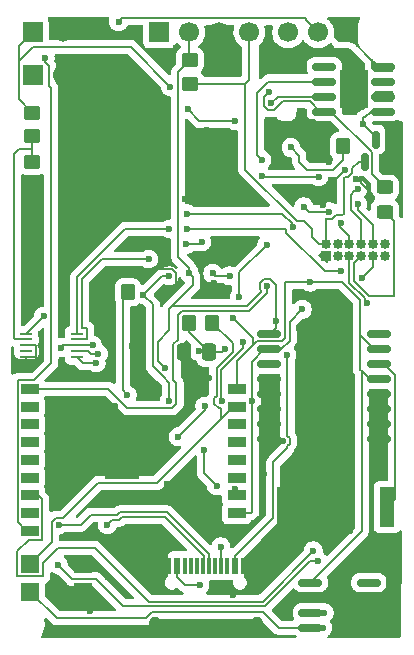
<source format=gbr>
%TF.GenerationSoftware,KiCad,Pcbnew,9.0.3*%
%TF.CreationDate,2025-09-07T19:35:51+01:00*%
%TF.ProjectId,cheetoPet,63686565-746f-4506-9574-2e6b69636164,v0.2*%
%TF.SameCoordinates,Original*%
%TF.FileFunction,Copper,L2,Bot*%
%TF.FilePolarity,Positive*%
%FSLAX46Y46*%
G04 Gerber Fmt 4.6, Leading zero omitted, Abs format (unit mm)*
G04 Created by KiCad (PCBNEW 9.0.3) date 2025-09-07 19:35:51*
%MOMM*%
%LPD*%
G01*
G04 APERTURE LIST*
G04 Aperture macros list*
%AMRoundRect*
0 Rectangle with rounded corners*
0 $1 Rounding radius*
0 $2 $3 $4 $5 $6 $7 $8 $9 X,Y pos of 4 corners*
0 Add a 4 corners polygon primitive as box body*
4,1,4,$2,$3,$4,$5,$6,$7,$8,$9,$2,$3,0*
0 Add four circle primitives for the rounded corners*
1,1,$1+$1,$2,$3*
1,1,$1+$1,$4,$5*
1,1,$1+$1,$6,$7*
1,1,$1+$1,$8,$9*
0 Add four rect primitives between the rounded corners*
20,1,$1+$1,$2,$3,$4,$5,0*
20,1,$1+$1,$4,$5,$6,$7,0*
20,1,$1+$1,$6,$7,$8,$9,0*
20,1,$1+$1,$8,$9,$2,$3,0*%
G04 Aperture macros list end*
%TA.AperFunction,ComponentPad*%
%ADD10R,0.850000X0.850000*%
%TD*%
%TA.AperFunction,ComponentPad*%
%ADD11C,0.850000*%
%TD*%
%TA.AperFunction,ComponentPad*%
%ADD12R,1.700000X1.700000*%
%TD*%
%TA.AperFunction,ComponentPad*%
%ADD13C,1.700000*%
%TD*%
%TA.AperFunction,SMDPad,CuDef*%
%ADD14RoundRect,0.250000X-0.350000X-0.450000X0.350000X-0.450000X0.350000X0.450000X-0.350000X0.450000X0*%
%TD*%
%TA.AperFunction,SMDPad,CuDef*%
%ADD15R,1.300000X3.400000*%
%TD*%
%TA.AperFunction,SMDPad,CuDef*%
%ADD16R,1.600000X1.500000*%
%TD*%
%TA.AperFunction,SMDPad,CuDef*%
%ADD17RoundRect,0.150000X0.825000X0.150000X-0.825000X0.150000X-0.825000X-0.150000X0.825000X-0.150000X0*%
%TD*%
%TA.AperFunction,HeatsinkPad*%
%ADD18C,0.500000*%
%TD*%
%TA.AperFunction,HeatsinkPad*%
%ADD19R,2.410000X3.300000*%
%TD*%
%TA.AperFunction,SMDPad,CuDef*%
%ADD20RoundRect,0.250000X-0.450000X0.350000X-0.450000X-0.350000X0.450000X-0.350000X0.450000X0.350000X0*%
%TD*%
%TA.AperFunction,SMDPad,CuDef*%
%ADD21RoundRect,0.250000X0.450000X-0.325000X0.450000X0.325000X-0.450000X0.325000X-0.450000X-0.325000X0*%
%TD*%
%TA.AperFunction,SMDPad,CuDef*%
%ADD22RoundRect,0.150000X0.875000X0.150000X-0.875000X0.150000X-0.875000X-0.150000X0.875000X-0.150000X0*%
%TD*%
%TA.AperFunction,SMDPad,CuDef*%
%ADD23RoundRect,0.250000X0.350000X0.450000X-0.350000X0.450000X-0.350000X-0.450000X0.350000X-0.450000X0*%
%TD*%
%TA.AperFunction,SMDPad,CuDef*%
%ADD24R,1.100000X0.250000*%
%TD*%
%TA.AperFunction,SMDPad,CuDef*%
%ADD25RoundRect,0.250000X-0.337500X-0.475000X0.337500X-0.475000X0.337500X0.475000X-0.337500X0.475000X0*%
%TD*%
%TA.AperFunction,SMDPad,CuDef*%
%ADD26R,0.600000X1.450000*%
%TD*%
%TA.AperFunction,SMDPad,CuDef*%
%ADD27R,0.300000X1.450000*%
%TD*%
%TA.AperFunction,HeatsinkPad*%
%ADD28O,1.000000X1.600000*%
%TD*%
%TA.AperFunction,HeatsinkPad*%
%ADD29O,1.000000X2.100000*%
%TD*%
%TA.AperFunction,SMDPad,CuDef*%
%ADD30RoundRect,0.150000X0.150000X-0.587500X0.150000X0.587500X-0.150000X0.587500X-0.150000X-0.587500X0*%
%TD*%
%TA.AperFunction,SMDPad,CuDef*%
%ADD31R,1.500000X0.900000*%
%TD*%
%TA.AperFunction,HeatsinkPad*%
%ADD32C,0.600000*%
%TD*%
%TA.AperFunction,HeatsinkPad*%
%ADD33R,2.900000X2.900000*%
%TD*%
%TA.AperFunction,ViaPad*%
%ADD34C,0.600000*%
%TD*%
%TA.AperFunction,Conductor*%
%ADD35C,0.200000*%
%TD*%
G04 APERTURE END LIST*
D10*
%TO.P,J4,1,Pin_1*%
%TO.N,GND*%
X168450000Y-96300000D03*
D11*
%TO.P,J4,2,Pin_2*%
%TO.N,+3.3V*%
X168450000Y-95300000D03*
%TO.P,J4,3,Pin_3*%
%TO.N,SCL*%
X169450000Y-96300000D03*
%TO.P,J4,4,Pin_4*%
%TO.N,SDA*%
X169450000Y-95300000D03*
%TO.P,J4,5,Pin_5*%
%TO.N,IO2*%
X170450000Y-96300000D03*
%TO.P,J4,6,Pin_6*%
%TO.N,IO0*%
X170450000Y-95300000D03*
%TO.P,J4,7,Pin_7*%
%TO.N,VI*%
X171450000Y-96300000D03*
%TO.P,J4,8,Pin_8*%
%TO.N,AIN3*%
X171450000Y-95300000D03*
%TO.P,J4,9,Pin_9*%
%TO.N,AIN2*%
X172450000Y-96300000D03*
%TO.P,J4,10,Pin_10*%
%TO.N,AIN1*%
X172450000Y-95300000D03*
%TO.P,J4,11,Pin_11*%
%TO.N,TXD*%
X173450000Y-96300000D03*
%TO.P,J4,12,Pin_12*%
%TO.N,RXD*%
X173450000Y-95300000D03*
%TD*%
D12*
%TO.P,J1,1,Pin_1*%
%TO.N,SDA*%
X154360000Y-77400000D03*
D13*
%TO.P,J1,2,Pin_2*%
%TO.N,SCL*%
X156900000Y-77400000D03*
%TO.P,J1,3,Pin_3*%
%TO.N,GND*%
X159440000Y-77400000D03*
%TO.P,J1,4,Pin_4*%
%TO.N,+3.3V*%
X161980000Y-77400000D03*
%TD*%
D14*
%TO.P,R6,1*%
%TO.N,+3.3V*%
X156850000Y-102000000D03*
%TO.P,R6,2*%
%TO.N,Net-(U4-EN)*%
X158850000Y-102000000D03*
%TD*%
D15*
%TO.P,LS1,1,1*%
%TO.N,Net-(U1-~{INT}{slash}SQW)*%
X173650000Y-117600000D03*
%TO.P,LS1,2,2*%
%TO.N,GND*%
X164950000Y-117600000D03*
%TD*%
D16*
%TO.P,SW5,1,1*%
%TO.N,GND*%
X147900000Y-122400000D03*
%TO.P,SW5,2,2*%
%TO.N,Net-(U4-EN)*%
X143400000Y-122400000D03*
%TD*%
D12*
%TO.P,SW4,1,A*%
%TO.N,GND*%
X170340000Y-77400000D03*
D13*
%TO.P,SW4,2,B*%
%TO.N,Net-(SW4-B)*%
X167800000Y-77400000D03*
%TO.P,SW4,3,C*%
%TO.N,unconnected-(SW4-C-Pad3)*%
X165260000Y-77400000D03*
%TD*%
D17*
%TO.P,U3,1,TEMP*%
%TO.N,GND*%
X173275000Y-80295000D03*
%TO.P,U3,2,PROG*%
%TO.N,Net-(U3-PROG)*%
X173275000Y-81565000D03*
%TO.P,U3,3,GND*%
%TO.N,GND*%
X173275000Y-82835000D03*
%TO.P,U3,4,V_{CC}*%
%TO.N,VI*%
X173275000Y-84105000D03*
%TO.P,U3,5,BAT*%
%TO.N,+BATT*%
X168325000Y-84105000D03*
%TO.P,U3,6,~{STDBY}*%
%TO.N,Net-(U3-~{STDBY})*%
X168325000Y-82835000D03*
%TO.P,U3,7,~{CHRG}*%
%TO.N,Net-(U3-~{CHRG})*%
X168325000Y-81565000D03*
%TO.P,U3,8,CE*%
%TO.N,VI*%
X168325000Y-80295000D03*
D18*
%TO.P,U3,9,EPAD*%
%TO.N,unconnected-(U3-EPAD-Pad9)*%
X171500000Y-83400000D03*
X171500000Y-82200000D03*
X171500000Y-81000000D03*
D19*
X170800000Y-82200000D03*
D18*
X170100000Y-83400000D03*
X170100000Y-82200000D03*
X170100000Y-81000000D03*
%TD*%
D16*
%TO.P,SW6,1,1*%
%TO.N,GND*%
X147900000Y-124750000D03*
%TO.P,SW6,2,2*%
%TO.N,SDA*%
X143400000Y-124750000D03*
%TD*%
D20*
%TO.P,R11,1*%
%TO.N,Net-(U5-AIN0)*%
X143600000Y-88400000D03*
%TO.P,R11,2*%
%TO.N,GND*%
X143600000Y-90400000D03*
%TD*%
D21*
%TO.P,D1,1,K*%
%TO.N,VI*%
X173450000Y-92575000D03*
%TO.P,D1,2,A*%
%TO.N,+BATT*%
X173450000Y-90525000D03*
%TD*%
D22*
%TO.P,U1,1,32KHZ*%
%TO.N,unconnected-(U1-32KHZ-Pad1)*%
X172950000Y-102955000D03*
%TO.P,U1,2,VCC*%
%TO.N,+3.3V*%
X172950000Y-104225000D03*
%TO.P,U1,3,~{INT}/SQW*%
%TO.N,Net-(U1-~{INT}{slash}SQW)*%
X172950000Y-105495000D03*
%TO.P,U1,4,~{RST}*%
%TO.N,+3.3V*%
X172950000Y-106765000D03*
%TO.P,U1,5,GND*%
%TO.N,GND*%
X172950000Y-108035000D03*
%TO.P,U1,6,GND*%
X172950000Y-109305000D03*
%TO.P,U1,7,GND*%
X172950000Y-110575000D03*
%TO.P,U1,8,GND*%
X172950000Y-111845000D03*
%TO.P,U1,9,GND*%
X163650000Y-111845000D03*
%TO.P,U1,10,GND*%
X163650000Y-110575000D03*
%TO.P,U1,11,GND*%
X163650000Y-109305000D03*
%TO.P,U1,12,GND*%
X163650000Y-108035000D03*
%TO.P,U1,13,GND*%
X163650000Y-106765000D03*
%TO.P,U1,14,VBAT*%
%TO.N,Net-(BT2-+)*%
X163650000Y-105495000D03*
%TO.P,U1,15,SDA*%
%TO.N,SDA*%
X163650000Y-104225000D03*
%TO.P,U1,16,SCL*%
%TO.N,SCL*%
X163650000Y-102955000D03*
%TD*%
D23*
%TO.P,R2,1*%
%TO.N,Net-(P1-CC)*%
X151700000Y-99400000D03*
%TO.P,R2,2*%
%TO.N,GND*%
X149700000Y-99400000D03*
%TD*%
D17*
%TO.P,U7,1,NC*%
%TO.N,unconnected-(U7-NC-Pad1)*%
X172100000Y-123990000D03*
%TO.P,U7,2,A1*%
%TO.N,GND*%
X172100000Y-125260000D03*
%TO.P,U7,3,A2*%
X172100000Y-126530000D03*
%TO.P,U7,4,GND*%
X172100000Y-127800000D03*
%TO.P,U7,5,SDA*%
%TO.N,SDA*%
X167150000Y-127800000D03*
%TO.P,U7,6,SCL*%
%TO.N,SCL*%
X167150000Y-126530000D03*
%TO.P,U7,7,WP*%
%TO.N,GND*%
X167150000Y-125260000D03*
%TO.P,U7,8,VCC*%
%TO.N,+3.3V*%
X167150000Y-123990000D03*
%TD*%
D20*
%TO.P,R7,1*%
%TO.N,SCL*%
X156950000Y-79750000D03*
%TO.P,R7,2*%
%TO.N,+3.3V*%
X156950000Y-81750000D03*
%TD*%
D24*
%TO.P,U5,1,ADDR*%
%TO.N,GND*%
X143100000Y-104900000D03*
%TO.P,U5,2,ALERT/RDY*%
%TO.N,unconnected-(U5-ALERT{slash}RDY-Pad2)*%
X143100000Y-104400000D03*
%TO.P,U5,3,GND*%
%TO.N,GND*%
X143100000Y-103900000D03*
%TO.P,U5,4,AIN0*%
%TO.N,Net-(U5-AIN0)*%
X143100000Y-103400000D03*
%TO.P,U5,5,AIN1*%
%TO.N,AIN1*%
X143100000Y-102900000D03*
%TO.P,U5,6,AIN2*%
%TO.N,AIN2*%
X147400000Y-102900000D03*
%TO.P,U5,7,AIN3*%
%TO.N,AIN3*%
X147400000Y-103400000D03*
%TO.P,U5,8,VDD*%
%TO.N,+3.3V*%
X147400000Y-103900000D03*
%TO.P,U5,9,SDA*%
%TO.N,SDA*%
X147400000Y-104400000D03*
%TO.P,U5,10,SCL*%
%TO.N,SCL*%
X147400000Y-104900000D03*
%TD*%
D25*
%TO.P,C1,1*%
%TO.N,GND*%
X156475000Y-104500000D03*
%TO.P,C1,2*%
%TO.N,+3.3V*%
X158550000Y-104500000D03*
%TD*%
D23*
%TO.P,R5,1*%
%TO.N,Net-(U3-PROG)*%
X169900000Y-87050000D03*
%TO.P,R5,2*%
%TO.N,GND*%
X167900000Y-87050000D03*
%TD*%
D26*
%TO.P,P1,A1,GND*%
%TO.N,GND*%
X161550000Y-122555000D03*
%TO.P,P1,A4,VBUS*%
%TO.N,VI*%
X160750000Y-122555000D03*
D27*
%TO.P,P1,A5,CC*%
%TO.N,Net-(P1-CC)*%
X159550000Y-122555000D03*
%TO.P,P1,A6,D+*%
%TO.N,Net-(P1-D+)*%
X158550000Y-122555000D03*
%TO.P,P1,A7,D-*%
%TO.N,Net-(P1-D-)*%
X158050000Y-122555000D03*
%TO.P,P1,A8*%
%TO.N,N/C*%
X157050000Y-122555000D03*
D26*
%TO.P,P1,A9,VBUS*%
%TO.N,VI*%
X155850000Y-122555000D03*
%TO.P,P1,A12,GND*%
%TO.N,GND*%
X155050000Y-122555000D03*
%TO.P,P1,B1,GND*%
X155050000Y-122555000D03*
%TO.P,P1,B4,VBUS*%
%TO.N,VI*%
X155850000Y-122555000D03*
D27*
%TO.P,P1,B5,VCONN*%
%TO.N,unconnected-(P1-VCONN-PadB5)*%
X156550000Y-122555000D03*
%TO.P,P1,B6*%
%TO.N,N/C*%
X157550000Y-122555000D03*
%TO.P,P1,B7*%
X159050000Y-122555000D03*
%TO.P,P1,B8*%
X160050000Y-122555000D03*
D26*
%TO.P,P1,B9,VBUS*%
%TO.N,VI*%
X160750000Y-122555000D03*
%TO.P,P1,B12,GND*%
%TO.N,GND*%
X161550000Y-122555000D03*
D28*
%TO.P,P1,S1,SHIELD*%
X162620000Y-127650000D03*
D29*
X162620000Y-123470000D03*
D28*
X153980000Y-127650000D03*
D29*
X153980000Y-123470000D03*
%TD*%
D12*
%TO.P,BT2,1,+*%
%TO.N,Net-(BT2-+)*%
X143625000Y-81000000D03*
D13*
%TO.P,BT2,2,-*%
%TO.N,GND*%
X146165000Y-81000000D03*
%TD*%
D30*
%TO.P,U8,1,GND*%
%TO.N,GND*%
X173650000Y-88350000D03*
%TO.P,U8,2,VO*%
%TO.N,+3.3V*%
X171750000Y-88350000D03*
%TO.P,U8,3,VI*%
%TO.N,VI*%
X172700000Y-86475000D03*
%TD*%
D31*
%TO.P,U4,1,3V3*%
%TO.N,+3.3V*%
X160900000Y-107600000D03*
%TO.P,U4,2,EN*%
%TO.N,Net-(U4-EN)*%
X160900000Y-109100000D03*
%TO.P,U4,3,IO4*%
%TO.N,Net-(U3-~{CHRG})*%
X160900000Y-110600000D03*
%TO.P,U4,4,IO5*%
%TO.N,B*%
X160900000Y-112100000D03*
%TO.P,U4,5,IO6*%
%TO.N,X*%
X160900000Y-113600000D03*
%TO.P,U4,6,IO7*%
%TO.N,A*%
X160900000Y-115100000D03*
%TO.P,U4,7,IO8*%
%TO.N,SCL*%
X160900000Y-116600000D03*
%TO.P,U4,8,IO9*%
%TO.N,SDA*%
X160900000Y-118100000D03*
%TO.P,U4,9,GND*%
%TO.N,GND*%
X160900000Y-119600000D03*
%TO.P,U4,10,IO10*%
%TO.N,Net-(SW4-B)*%
X143400000Y-119600000D03*
%TO.P,U4,11,IO20/RXD*%
%TO.N,RXD*%
X143400000Y-118100000D03*
%TO.P,U4,12,IO21/TXD*%
%TO.N,TXD*%
X143400000Y-116600000D03*
%TO.P,U4,13,IO18*%
%TO.N,D-*%
X143400000Y-115100000D03*
%TO.P,U4,14,IO19*%
%TO.N,D+*%
X143400000Y-113600000D03*
%TO.P,U4,15,IO3*%
%TO.N,Net-(U1-~{INT}{slash}SQW)*%
X143400000Y-112100000D03*
%TO.P,U4,16,IO2*%
%TO.N,IO2*%
X143400000Y-110600000D03*
%TO.P,U4,17,IO1*%
%TO.N,Net-(U3-~{STDBY})*%
X143400000Y-109100000D03*
%TO.P,U4,18,IO0*%
%TO.N,IO0*%
X143400000Y-107600000D03*
D32*
%TO.P,U4,19,GND*%
%TO.N,GND*%
X152290000Y-114350000D03*
X152290000Y-113250000D03*
X151740000Y-114900000D03*
X151740000Y-113800000D03*
X151740000Y-112700000D03*
X151190000Y-114350000D03*
D33*
X151190000Y-113800000D03*
D32*
X151190000Y-113250000D03*
X150640000Y-114900000D03*
X150640000Y-113800000D03*
X150640000Y-112700000D03*
X150090000Y-114350000D03*
X150090000Y-113250000D03*
%TD*%
D12*
%TO.P,BT1,1,+*%
%TO.N,+BATT*%
X143625000Y-77400000D03*
D13*
%TO.P,BT1,2,-*%
%TO.N,GND*%
X146165000Y-77400000D03*
%TD*%
D20*
%TO.P,R1,1*%
%TO.N,+BATT*%
X143600000Y-84200000D03*
%TO.P,R1,2*%
%TO.N,Net-(U5-AIN0)*%
X143600000Y-86200000D03*
%TD*%
D34*
%TO.N,+BATT*%
X155300000Y-82000000D03*
X163650000Y-82450000D03*
X156750000Y-83900000D03*
X160800000Y-84900000D03*
%TO.N,GND*%
X155000000Y-115600000D03*
X161550000Y-122555000D03*
X168200000Y-92000000D03*
X163200000Y-114800000D03*
X167401001Y-84952381D03*
X168750000Y-88350000D03*
X159750000Y-80100000D03*
X155800000Y-78750000D03*
X173200000Y-121200000D03*
X170000000Y-104200000D03*
X170600000Y-106400000D03*
X159000000Y-98600000D03*
X163600000Y-86350000D03*
X171025000Y-89825000D03*
X150200000Y-101400000D03*
X145800000Y-123800000D03*
X164800000Y-112000000D03*
X166250000Y-84200000D03*
X159200000Y-127600000D03*
X165600000Y-114200000D03*
X153400000Y-108300000D03*
X149400000Y-85800000D03*
X148500000Y-126400000D03*
X173275000Y-82835000D03*
X152000000Y-104000000D03*
X155600000Y-99200000D03*
X166200000Y-102400000D03*
X150600000Y-109000000D03*
X170500000Y-119650000D03*
X153141401Y-119800000D03*
X143000000Y-105800000D03*
X172400000Y-91450000D03*
X168800000Y-102800000D03*
X160750000Y-91300000D03*
X158550000Y-106650000D03*
X158200000Y-120000000D03*
X160900000Y-119600000D03*
X144350000Y-102950000D03*
X156550000Y-91525000D03*
X144200000Y-92050000D03*
X174200000Y-86050000D03*
X165200000Y-85800000D03*
X148000000Y-95800000D03*
X150000000Y-123500000D03*
X160600000Y-125000000D03*
X173275000Y-80295000D03*
X163650000Y-106765000D03*
X158350000Y-85700000D03*
X153400000Y-95200000D03*
X152400000Y-97800000D03*
X170100000Y-89050000D03*
%TO.N,Net-(BT2-+)*%
X163600000Y-105400000D03*
%TO.N,+3.3V*%
X157700000Y-104400000D03*
X158874000Y-97800000D03*
X146000000Y-104100000D03*
X167150000Y-98550000D03*
X160600000Y-101600000D03*
X159900000Y-104250000D03*
X160300000Y-97999000D03*
X148700000Y-103900000D03*
%TO.N,SDA*%
X155200000Y-108600000D03*
X155200000Y-98000000D03*
X162200000Y-108600000D03*
X149200000Y-104600000D03*
X160900000Y-118100000D03*
X166450000Y-100850000D03*
X153000000Y-99600000D03*
X168200000Y-127800000D03*
%TO.N,SCL*%
X156900000Y-97800000D03*
X154800000Y-105800000D03*
X149000000Y-105400000D03*
X164200000Y-101800000D03*
X160764717Y-116050002D03*
X168330000Y-126530000D03*
%TO.N,VI*%
X171600000Y-85200000D03*
X165150000Y-104700000D03*
X160750000Y-122555000D03*
X168325000Y-80295000D03*
X173275000Y-84105000D03*
X173462500Y-92587500D03*
X157800000Y-124200000D03*
%TO.N,AIN1*%
X165691302Y-93914496D03*
X171150000Y-91950000D03*
X168741450Y-92591450D03*
X156700000Y-92750000D03*
X166575000Y-92175000D03*
X144550000Y-101450000D03*
%TO.N,TXD*%
X167400000Y-121300000D03*
%TO.N,Net-(U1-~{INT}{slash}SQW)*%
X143400000Y-112100000D03*
X173725000Y-117525000D03*
%TO.N,AIN3*%
X163050000Y-89600000D03*
X167850000Y-89650000D03*
X157950000Y-95150000D03*
X156650000Y-95350000D03*
X153450000Y-96600000D03*
X171150000Y-90698528D03*
%TO.N,Net-(P1-CC)*%
X158150000Y-112800000D03*
X159200000Y-115800000D03*
X159550000Y-120950000D03*
X151650000Y-108100000D03*
%TO.N,Net-(P1-D+)*%
X145850000Y-119100000D03*
%TO.N,Net-(P1-D-)*%
X149950000Y-119100000D03*
%TO.N,RXD*%
X143400000Y-118100000D03*
X167800000Y-122150000D03*
X145800000Y-122500000D03*
%TO.N,IO0*%
X169700000Y-93550000D03*
X163450000Y-98900000D03*
%TO.N,Net-(U3-PROG)*%
X165500000Y-87150000D03*
X173275000Y-81565000D03*
%TO.N,D-*%
X143400000Y-115100000D03*
%TO.N,D+*%
X143400000Y-113600000D03*
%TO.N,B*%
X160900000Y-112100000D03*
%TO.N,X*%
X160900000Y-113600000D03*
%TO.N,A*%
X160900000Y-115100000D03*
%TO.N,Net-(SW4-B)*%
X150900000Y-76500000D03*
X144700000Y-79600000D03*
%TO.N,IO2*%
X143400000Y-110600000D03*
X155950000Y-111650000D03*
X158200000Y-109050000D03*
X171950000Y-100350000D03*
%TO.N,Net-(U3-~{CHRG})*%
X160900000Y-110600000D03*
X161100000Y-99850000D03*
X163050000Y-88200000D03*
X163450000Y-95382900D03*
%TO.N,Net-(U3-~{STDBY})*%
X163800000Y-83400000D03*
X161465642Y-103643761D03*
X143400000Y-109100000D03*
X159624127Y-108626391D03*
%TO.N,AIN2*%
X156700000Y-94050000D03*
X171500000Y-98200000D03*
X169700000Y-97650000D03*
X155200000Y-94050000D03*
%TD*%
D35*
%TO.N,Net-(SW4-B)*%
X145200000Y-105400000D02*
X143751000Y-106849000D01*
X145200000Y-82151000D02*
X145200000Y-105400000D01*
X144700000Y-79949000D02*
X145014000Y-80263000D01*
X144700000Y-79600000D02*
X144700000Y-79949000D01*
X145014000Y-81965000D02*
X145200000Y-82151000D01*
X142349000Y-118849000D02*
X143100000Y-119600000D01*
X145014000Y-80263000D02*
X145014000Y-81965000D01*
X142349000Y-106849000D02*
X142349000Y-118849000D01*
X143751000Y-106849000D02*
X142349000Y-106849000D01*
X143100000Y-119600000D02*
X143400000Y-119600000D01*
%TO.N,+BATT*%
X143673000Y-78650000D02*
X151950000Y-78650000D01*
X142474000Y-83074000D02*
X142474000Y-79849000D01*
X163650000Y-82450000D02*
X163199000Y-82901000D01*
X173450000Y-90525000D02*
X172351000Y-89426000D01*
X167109032Y-83236000D02*
X167978032Y-84105000D01*
X163199000Y-82901000D02*
X163199000Y-83648943D01*
X142474000Y-78551000D02*
X142474000Y-83074000D01*
X157750000Y-84900000D02*
X160800000Y-84900000D01*
X142474000Y-79849000D02*
X143673000Y-78650000D01*
X168884468Y-84105000D02*
X168325000Y-84105000D01*
X167978032Y-84105000D02*
X168325000Y-84105000D01*
X156750000Y-83900000D02*
X157750000Y-84900000D01*
X164864000Y-83236000D02*
X167109032Y-83236000D01*
X163551057Y-84001000D02*
X164099000Y-84001000D01*
X160800000Y-84900000D02*
X160850000Y-84900000D01*
X164099000Y-84001000D02*
X164864000Y-83236000D01*
X163199000Y-83648943D02*
X163551057Y-84001000D01*
X172351000Y-89426000D02*
X172351000Y-87571532D01*
X172351000Y-87571532D02*
X168884468Y-84105000D01*
X151950000Y-78650000D02*
X155300000Y-82000000D01*
X142474000Y-83074000D02*
X143600000Y-84200000D01*
X143625000Y-77400000D02*
X142474000Y-78551000D01*
%TO.N,GND*%
X171250000Y-89950000D02*
X171200000Y-89950000D01*
X155050000Y-122555000D02*
X154895000Y-122555000D01*
X155448943Y-97399000D02*
X152801000Y-97399000D01*
X173275000Y-80295000D02*
X172887900Y-80295000D01*
X143951000Y-104826000D02*
X143951000Y-103974000D01*
X171225000Y-90025000D02*
X171025000Y-89825000D01*
X172400000Y-91450000D02*
X172400000Y-91100000D01*
X172400000Y-91100000D02*
X171525000Y-90225000D01*
X166250000Y-84200000D02*
X166250000Y-84750000D01*
X143100000Y-105700000D02*
X143000000Y-105800000D01*
X163650000Y-111845000D02*
X164645000Y-111845000D01*
X143951000Y-103974000D02*
X143877000Y-103900000D01*
X171325000Y-90025000D02*
X171225000Y-90025000D01*
X163200000Y-112295000D02*
X163650000Y-111845000D01*
X171025000Y-89825000D02*
X171000000Y-89800000D01*
X155600000Y-99200000D02*
X155801000Y-98999000D01*
X172887900Y-80295000D02*
X170166450Y-77573550D01*
X171325000Y-90025000D02*
X171250000Y-89950000D01*
X143877000Y-103900000D02*
X143100000Y-103900000D01*
X168200000Y-92000000D02*
X168200000Y-90950000D01*
X155801000Y-98999000D02*
X155801000Y-97751057D01*
X143877000Y-104900000D02*
X143951000Y-104826000D01*
X163200000Y-114800000D02*
X163200000Y-112295000D01*
X168200000Y-90950000D02*
X170100000Y-89050000D01*
X155801000Y-97751057D02*
X155448943Y-97399000D01*
X164645000Y-111845000D02*
X164800000Y-112000000D01*
X171525000Y-90225000D02*
X171325000Y-90025000D01*
X152801000Y-97399000D02*
X152400000Y-97800000D01*
X172950000Y-109305000D02*
X172950000Y-108035000D01*
X162465000Y-123470000D02*
X161550000Y-122555000D01*
X154895000Y-122555000D02*
X153980000Y-123470000D01*
X166250000Y-84750000D02*
X165200000Y-85800000D01*
X162620000Y-123470000D02*
X162465000Y-123470000D01*
X143100000Y-104900000D02*
X143100000Y-105700000D01*
X173100000Y-80120000D02*
X173275000Y-80295000D01*
X143100000Y-104900000D02*
X143877000Y-104900000D01*
%TO.N,+3.3V*%
X170000000Y-89717100D02*
X170066100Y-89651000D01*
X170701000Y-89298943D02*
X170701000Y-88899000D01*
X171349000Y-100099000D02*
X169800000Y-98550000D01*
X167900000Y-95300000D02*
X168450000Y-95300000D01*
X146200000Y-103900000D02*
X147400000Y-103900000D01*
X171250000Y-88350000D02*
X171750000Y-88350000D01*
X162584032Y-103556000D02*
X162270016Y-103870016D01*
X157700000Y-104400000D02*
X158450000Y-104400000D01*
X148700000Y-103900000D02*
X147400000Y-103900000D01*
X168450000Y-95300000D02*
X168450000Y-93149943D01*
X161980000Y-81420000D02*
X161980000Y-77400000D01*
X156850000Y-102000000D02*
X156850000Y-102800000D01*
X167150000Y-123990000D02*
X171500000Y-119640000D01*
X169850000Y-92900000D02*
X170000000Y-92750000D01*
X159073000Y-97999000D02*
X160300000Y-97999000D01*
X166600000Y-93400000D02*
X167250000Y-94050000D01*
X161650000Y-89050000D02*
X166000000Y-93400000D01*
X171349000Y-103020968D02*
X171349000Y-100099000D01*
X170348943Y-89651000D02*
X170701000Y-89298943D01*
X169282843Y-92900000D02*
X169850000Y-92900000D01*
X146000000Y-104100000D02*
X146200000Y-103900000D01*
X172553032Y-104225000D02*
X171349000Y-103020968D01*
X160900000Y-107600000D02*
X160900000Y-105240032D01*
X160349000Y-97999000D02*
X160400000Y-98050000D01*
X167300000Y-94700000D02*
X167900000Y-95300000D01*
X171500000Y-119640000D02*
X171500000Y-106100000D01*
X170000000Y-92750000D02*
X170000000Y-89717100D01*
X170701000Y-88899000D02*
X171250000Y-88350000D01*
X167250000Y-94050000D02*
X167300000Y-94050000D01*
X170066100Y-89651000D02*
X170348943Y-89651000D01*
X167300000Y-94050000D02*
X167300000Y-94700000D01*
X172950000Y-106765000D02*
X172165000Y-106765000D01*
X171349000Y-105949000D02*
X171349000Y-103020968D01*
X168450000Y-93149943D02*
X168492507Y-93192450D01*
X156850000Y-102800000D02*
X158550000Y-104500000D01*
X162270016Y-103270016D02*
X162270016Y-103870016D01*
X161650000Y-81750000D02*
X161650000Y-89050000D01*
X168990393Y-93192450D02*
X169282843Y-92900000D01*
X158550000Y-104500000D02*
X159650000Y-104500000D01*
X158874000Y-97800000D02*
X159073000Y-97999000D01*
X160300000Y-97999000D02*
X160349000Y-97999000D01*
X160600000Y-101600000D02*
X162270016Y-103270016D01*
X158450000Y-104400000D02*
X158550000Y-104500000D01*
X161650000Y-81750000D02*
X161980000Y-81420000D01*
X169800000Y-98550000D02*
X165000000Y-98550000D01*
X164715968Y-103556000D02*
X162584032Y-103556000D01*
X158550000Y-104500000D02*
X157850000Y-104500000D01*
X172950000Y-104225000D02*
X172553032Y-104225000D01*
X156950000Y-81750000D02*
X161650000Y-81750000D01*
X160900000Y-105240032D02*
X162270016Y-103870016D01*
X165000000Y-98550000D02*
X165000000Y-103271968D01*
X159650000Y-104500000D02*
X159900000Y-104250000D01*
X171500000Y-106100000D02*
X171349000Y-105949000D01*
X159900000Y-104250000D02*
X160000000Y-104150000D01*
X168492507Y-93192450D02*
X168990393Y-93192450D01*
X172165000Y-106765000D02*
X171500000Y-106100000D01*
X166000000Y-93400000D02*
X166600000Y-93400000D01*
X165000000Y-103271968D02*
X164715968Y-103556000D01*
%TO.N,SDA*%
X153197215Y-127000000D02*
X153747215Y-126450000D01*
X164674999Y-104225000D02*
X163650000Y-104225000D01*
X160900000Y-118100000D02*
X162100000Y-118100000D01*
X166450000Y-100850000D02*
X165401000Y-101899000D01*
X148350057Y-104400000D02*
X148550057Y-104600000D01*
X162100000Y-118100000D02*
X162200000Y-118000000D01*
X153799000Y-105648943D02*
X154675029Y-106524971D01*
X153799000Y-100399000D02*
X153799000Y-105648943D01*
X153747215Y-126450000D02*
X163100000Y-126450000D01*
X154600000Y-98000000D02*
X153000000Y-99600000D01*
X162200000Y-105278032D02*
X163253032Y-104225000D01*
X155200000Y-108600000D02*
X155200000Y-107049942D01*
X165401000Y-103498999D02*
X164674999Y-104225000D01*
X155200000Y-98000000D02*
X154600000Y-98000000D01*
X147400000Y-104400000D02*
X148350057Y-104400000D01*
X143400000Y-124750000D02*
X145650000Y-127000000D01*
X167150000Y-127800000D02*
X168200000Y-127800000D01*
X163100000Y-126450000D02*
X164450000Y-127800000D01*
X163253032Y-104225000D02*
X163650000Y-104225000D01*
X164450000Y-127800000D02*
X167150000Y-127800000D01*
X155200000Y-107049942D02*
X154675029Y-106524971D01*
X145650000Y-127000000D02*
X153197215Y-127000000D01*
X153000000Y-99600000D02*
X153799000Y-100399000D01*
X165401000Y-101899000D02*
X165401000Y-103498999D01*
X162200000Y-118000000D02*
X162200000Y-105278032D01*
X148550057Y-104600000D02*
X149200000Y-104600000D01*
%TO.N,SCL*%
X155949000Y-96419849D02*
X155949000Y-80751000D01*
X147900000Y-105400000D02*
X149000000Y-105400000D01*
X155200000Y-100800000D02*
X155200000Y-102600000D01*
X164200000Y-101800000D02*
X164200000Y-102405000D01*
X157200000Y-98800000D02*
X155375000Y-100625000D01*
X164200000Y-102405000D02*
X163650000Y-102955000D01*
X163698943Y-98299000D02*
X163201057Y-98299000D01*
X163000029Y-99382871D02*
X161784900Y-100598000D01*
X164200000Y-101800000D02*
X164200000Y-98800057D01*
X155200000Y-102600000D02*
X154200000Y-103600000D01*
X156900000Y-97800000D02*
X157200000Y-98100000D01*
X155402000Y-100598000D02*
X155375000Y-100625000D01*
X162849000Y-99148943D02*
X163000029Y-99299972D01*
X167150000Y-126530000D02*
X168330000Y-126530000D01*
X154200000Y-103600000D02*
X154200000Y-105200000D01*
X157200000Y-98100000D02*
X157200000Y-98800000D01*
X156900000Y-97800000D02*
X156900000Y-97370849D01*
X161784900Y-100598000D02*
X155402000Y-100598000D01*
X163000029Y-99299972D02*
X163000029Y-99382871D01*
X156900000Y-97370849D02*
X155949000Y-96419849D01*
X156900000Y-79700000D02*
X156950000Y-79750000D01*
X164200000Y-98800057D02*
X163698943Y-98299000D01*
X147400000Y-104900000D02*
X147900000Y-105400000D01*
X155375000Y-100625000D02*
X155200000Y-100800000D01*
X154200000Y-105200000D02*
X154800000Y-105800000D01*
X155949000Y-80751000D02*
X156950000Y-79750000D01*
X163201057Y-98299000D02*
X162849000Y-98651057D01*
X162849000Y-98651057D02*
X162849000Y-99148943D01*
X156900000Y-77400000D02*
X156900000Y-79700000D01*
%TO.N,VI*%
X160750000Y-121728000D02*
X160750000Y-122555000D01*
X171176000Y-96600720D02*
X171176000Y-96574000D01*
X163999000Y-113801000D02*
X163999000Y-118479000D01*
X172133200Y-99749000D02*
X170851000Y-98466800D01*
X173450000Y-92575000D02*
X173462500Y-92587500D01*
X165200000Y-104750000D02*
X165200000Y-111550057D01*
X165401000Y-112248943D02*
X165200000Y-112449943D01*
X156570000Y-124200000D02*
X157800000Y-124200000D01*
X174250000Y-99750000D02*
X172199943Y-99750000D01*
X172198943Y-99749000D02*
X172133200Y-99749000D01*
X165150000Y-104700000D02*
X165200000Y-104750000D01*
X165200000Y-112449943D02*
X165200000Y-112600000D01*
X163999000Y-118479000D02*
X160750000Y-121728000D01*
X171176000Y-96574000D02*
X171450000Y-96300000D01*
X174250000Y-93375000D02*
X174250000Y-99750000D01*
X170851000Y-98466800D02*
X170851000Y-96925720D01*
X173462500Y-92587500D02*
X174250000Y-93375000D01*
X170851000Y-96925720D02*
X171176000Y-96600720D01*
X165200000Y-112600000D02*
X163999000Y-113801000D01*
X172700000Y-86300000D02*
X171600000Y-85200000D01*
X171600000Y-85200000D02*
X171600000Y-84600000D01*
X165401000Y-111751057D02*
X165401000Y-112248943D01*
X155850000Y-122555000D02*
X155850000Y-123480000D01*
X165200000Y-111550057D02*
X165401000Y-111751057D01*
X155850000Y-123480000D02*
X156570000Y-124200000D01*
X171600000Y-84600000D02*
X171800000Y-84600000D01*
X172700000Y-86475000D02*
X172700000Y-86300000D01*
X172199943Y-99750000D02*
X172198943Y-99749000D01*
X171800000Y-84600000D02*
X172295000Y-84105000D01*
X172295000Y-84105000D02*
X173275000Y-84105000D01*
%TO.N,AIN1*%
X167001000Y-92601000D02*
X168731900Y-92601000D01*
X171150000Y-92450000D02*
X172450000Y-93750000D01*
X168731900Y-92601000D02*
X168741450Y-92591450D01*
X164782900Y-92750000D02*
X156700000Y-92750000D01*
X144550000Y-101450000D02*
X144650000Y-101350000D01*
X165691302Y-93914496D02*
X165691302Y-93658402D01*
X165691302Y-93658402D02*
X164782900Y-92750000D01*
X143100000Y-102900000D02*
X144550000Y-101450000D01*
X171150000Y-91950000D02*
X171150000Y-92450000D01*
X166575000Y-92175000D02*
X167001000Y-92601000D01*
X172450000Y-93750000D02*
X172450000Y-95300000D01*
%TO.N,TXD*%
X163099000Y-125601000D02*
X167400000Y-121300000D01*
X144451000Y-116951000D02*
X144451000Y-120351000D01*
X142299000Y-121349000D02*
X142299000Y-123451000D01*
X144501000Y-123451000D02*
X144501000Y-122351000D01*
X144501000Y-122351000D02*
X145801000Y-121051000D01*
X143297000Y-120351000D02*
X142299000Y-121349000D01*
X144451000Y-120351000D02*
X143297000Y-120351000D01*
X143400000Y-116600000D02*
X144100000Y-116600000D01*
X145801000Y-121051000D02*
X148901000Y-121051000D01*
X148901000Y-121051000D02*
X153451000Y-125601000D01*
X142299000Y-123451000D02*
X144501000Y-123451000D01*
X153451000Y-125601000D02*
X163099000Y-125601000D01*
X144100000Y-116600000D02*
X144451000Y-116951000D01*
%TO.N,Net-(U1-~{INT}{slash}SQW)*%
X173346968Y-105495000D02*
X174299000Y-106447032D01*
X172950000Y-105495000D02*
X173346968Y-105495000D01*
X174299000Y-106447032D02*
X174299000Y-116951000D01*
X174299000Y-116951000D02*
X173725000Y-117525000D01*
X173725000Y-117525000D02*
X173650000Y-117600000D01*
%TO.N,AIN3*%
X147801000Y-98299000D02*
X147801000Y-102474000D01*
X148177000Y-103400000D02*
X147400000Y-103400000D01*
X147801000Y-102474000D02*
X148251000Y-102474000D01*
X171023528Y-90825000D02*
X170875000Y-90825000D01*
X163100000Y-89650000D02*
X163050000Y-89600000D01*
X148251000Y-103326000D02*
X148177000Y-103400000D01*
X156650000Y-95350000D02*
X156600000Y-95350000D01*
X163050000Y-89600000D02*
X163000000Y-89550000D01*
X170875000Y-90825000D02*
X170549000Y-91151000D01*
X149500000Y-96600000D02*
X147801000Y-98299000D01*
X153450000Y-96600000D02*
X149500000Y-96600000D01*
X167850000Y-89650000D02*
X163100000Y-89650000D01*
X171150000Y-90698528D02*
X171023528Y-90825000D01*
X171450000Y-93317100D02*
X171450000Y-95300000D01*
X157950000Y-95150000D02*
X157750000Y-95350000D01*
X148251000Y-102474000D02*
X148251000Y-103326000D01*
X157750000Y-95350000D02*
X156650000Y-95350000D01*
X170549000Y-91151000D02*
X170549000Y-92416100D01*
X170549000Y-92416100D02*
X171450000Y-93317100D01*
%TO.N,Net-(P1-CC)*%
X159200000Y-115800000D02*
X158150000Y-114750000D01*
X151250000Y-99850000D02*
X151700000Y-99400000D01*
X151250000Y-107700000D02*
X151250000Y-99850000D01*
X151650000Y-108100000D02*
X151250000Y-107700000D01*
X159550000Y-122555000D02*
X159550000Y-120950000D01*
X158150000Y-114750000D02*
X158150000Y-112800000D01*
%TO.N,Net-(P1-D+)*%
X155022000Y-118050000D02*
X151000000Y-118050000D01*
X150800000Y-118250000D02*
X148550000Y-118250000D01*
X147700000Y-119100000D02*
X145850000Y-119100000D01*
X158550000Y-122555000D02*
X158550000Y-121578000D01*
X148550000Y-118250000D02*
X147700000Y-119100000D01*
X158550000Y-121578000D02*
X155022000Y-118050000D01*
X151000000Y-118050000D02*
X150800000Y-118250000D01*
%TO.N,Net-(P1-D-)*%
X158099000Y-122506000D02*
X158050000Y-122555000D01*
X154849000Y-118451000D02*
X158099000Y-121701000D01*
X149950000Y-119100000D02*
X150350000Y-118700000D01*
X151166100Y-118451000D02*
X154849000Y-118451000D01*
X150966100Y-118651000D02*
X151166100Y-118451000D01*
X150682900Y-118700000D02*
X150731900Y-118651000D01*
X150731900Y-118651000D02*
X150966100Y-118651000D01*
X158099000Y-121701000D02*
X158099000Y-122506000D01*
X150350000Y-118700000D02*
X150682900Y-118700000D01*
%TO.N,RXD*%
X146999000Y-123699000D02*
X145800000Y-122500000D01*
X167800000Y-122150000D02*
X167117100Y-122150000D01*
X163265100Y-126002000D02*
X151304000Y-126002000D01*
X167117100Y-122150000D02*
X163265100Y-126002000D01*
X151304000Y-126002000D02*
X149001000Y-123699000D01*
X149001000Y-123699000D02*
X146999000Y-123699000D01*
%TO.N,IO0*%
X156264840Y-100999000D02*
X155902340Y-101361500D01*
X155801000Y-107083842D02*
X155801000Y-108848943D01*
X169700000Y-93550000D02*
X169800000Y-93450000D01*
X163450000Y-99500000D02*
X161951000Y-100999000D01*
X155448943Y-109201000D02*
X151650943Y-109201000D01*
X170450000Y-94650000D02*
X169650000Y-93850000D01*
X155801000Y-108848943D02*
X155448943Y-109201000D01*
X155902340Y-103474000D02*
X155550000Y-103826340D01*
X155902340Y-101361500D02*
X155902340Y-103474000D01*
X150049943Y-107600000D02*
X143400000Y-107600000D01*
X163450000Y-98900000D02*
X163450000Y-99500000D01*
X169650000Y-93600000D02*
X169700000Y-93550000D01*
X170450000Y-95300000D02*
X170450000Y-94650000D01*
X161951000Y-100999000D02*
X156264840Y-100999000D01*
X151650943Y-109201000D02*
X150049943Y-107600000D01*
X155550000Y-103826340D02*
X155550000Y-106832842D01*
X169650000Y-93850000D02*
X169650000Y-93600000D01*
X155550000Y-106832842D02*
X155801000Y-107083842D01*
%TO.N,Net-(U3-PROG)*%
X166200000Y-88399000D02*
X166850000Y-89049000D01*
X166200000Y-87850000D02*
X166200000Y-88399000D01*
X166850000Y-89049000D02*
X169101000Y-89049000D01*
X169900000Y-88250000D02*
X169900000Y-87050000D01*
X169101000Y-89049000D02*
X169900000Y-88250000D01*
X165500000Y-87150000D02*
X166200000Y-87850000D01*
%TO.N,Net-(U4-EN)*%
X145249000Y-118851057D02*
X145601057Y-118499000D01*
X159023127Y-108875334D02*
X159375184Y-109227391D01*
X159600000Y-109227391D02*
X159600000Y-110100000D01*
X145601057Y-118499000D02*
X146149000Y-118499000D01*
X145249000Y-120551000D02*
X145249000Y-118851057D01*
X159202000Y-108198575D02*
X159023127Y-108377448D01*
X143400000Y-122400000D02*
X145249000Y-120551000D01*
X160550000Y-104455832D02*
X159202000Y-105803832D01*
X159375184Y-109227391D02*
X159600000Y-109227391D01*
X159600000Y-110100000D02*
X158975000Y-110725000D01*
X160550000Y-103700000D02*
X160550000Y-104455832D01*
X159023127Y-108377448D02*
X159023127Y-108875334D01*
X154149000Y-115551000D02*
X158975000Y-110725000D01*
X158975000Y-110725000D02*
X160600000Y-109100000D01*
X159202000Y-105803832D02*
X159202000Y-108198575D01*
X160600000Y-109100000D02*
X160900000Y-109100000D01*
X146149000Y-118499000D02*
X146200000Y-118550000D01*
X146200000Y-118550000D02*
X149199000Y-115551000D01*
X149199000Y-115551000D02*
X154149000Y-115551000D01*
X158850000Y-102000000D02*
X160550000Y-103700000D01*
%TO.N,Net-(SW4-B)*%
X166750000Y-76201000D02*
X151199000Y-76201000D01*
X166750000Y-76201000D02*
X166750000Y-76350000D01*
X151199000Y-76201000D02*
X150900000Y-76500000D01*
X166750000Y-76350000D02*
X167800000Y-77400000D01*
%TO.N,IO2*%
X171950000Y-100300000D02*
X171750000Y-100100000D01*
X171750000Y-99932900D02*
X170450000Y-98632900D01*
X171750000Y-100100000D02*
X171750000Y-99932900D01*
X158200000Y-109400000D02*
X158200000Y-109050000D01*
X170450000Y-98632900D02*
X170450000Y-96300000D01*
X171950000Y-100350000D02*
X171950000Y-100300000D01*
X155950000Y-111650000D02*
X158200000Y-109400000D01*
%TO.N,Net-(U3-~{CHRG})*%
X161100000Y-97732900D02*
X161100000Y-99850000D01*
X163585000Y-81565000D02*
X162650000Y-82500000D01*
X162650000Y-87800000D02*
X163050000Y-88200000D01*
X162650000Y-82500000D02*
X162650000Y-87800000D01*
X163450000Y-95382900D02*
X161100000Y-97732900D01*
X161100000Y-99850000D02*
X161100000Y-100000000D01*
X168325000Y-81565000D02*
X163585000Y-81565000D01*
%TO.N,Net-(U3-~{STDBY})*%
X159600000Y-108602264D02*
X159624127Y-108626391D01*
X161465642Y-103643761D02*
X161465642Y-104107290D01*
X159600000Y-108400000D02*
X159600000Y-108602264D01*
X159603000Y-108397000D02*
X159600000Y-108400000D01*
X161465642Y-104107290D02*
X159603000Y-105969932D01*
X164365000Y-82835000D02*
X163800000Y-83400000D01*
X159603000Y-105969932D02*
X159603000Y-108397000D01*
X168325000Y-82835000D02*
X164365000Y-82835000D01*
%TO.N,AIN2*%
X165100000Y-94050000D02*
X165100000Y-94402000D01*
X155200000Y-94050000D02*
X155350000Y-94050000D01*
X151450000Y-94050000D02*
X155200000Y-94050000D01*
X171500000Y-98200000D02*
X172450000Y-97250000D01*
X147400000Y-98100000D02*
X151450000Y-94050000D01*
X156700000Y-94050000D02*
X165100000Y-94050000D01*
X168348000Y-97650000D02*
X169700000Y-97650000D01*
X172450000Y-97250000D02*
X172450000Y-96300000D01*
X147400000Y-102900000D02*
X147400000Y-98100000D01*
X165100000Y-94402000D02*
X168348000Y-97650000D01*
%TO.N,Net-(U5-AIN0)*%
X142058107Y-103300000D02*
X142058107Y-87691893D01*
X143600000Y-87300000D02*
X143600000Y-88400000D01*
X142058107Y-87691893D02*
X142450000Y-87300000D01*
X143600000Y-86200000D02*
X143600000Y-87300000D01*
X142450000Y-87300000D02*
X143600000Y-87300000D01*
X142158107Y-103400000D02*
X142058107Y-103300000D01*
X143100000Y-103400000D02*
X142158107Y-103400000D01*
%TD*%
%TA.AperFunction,Conductor*%
%TO.N,unconnected-(U3-EPAD-Pad9)*%
G36*
X163930833Y-76821185D02*
G01*
X163976588Y-76873989D01*
X163986532Y-76943147D01*
X163981725Y-76963818D01*
X163942753Y-77083760D01*
X163938458Y-77110880D01*
X163909500Y-77293713D01*
X163909500Y-77506287D01*
X163942754Y-77716243D01*
X163994198Y-77874572D01*
X164008444Y-77918414D01*
X164104951Y-78107820D01*
X164229890Y-78279786D01*
X164380213Y-78430109D01*
X164552179Y-78555048D01*
X164552181Y-78555049D01*
X164552184Y-78555051D01*
X164741588Y-78651557D01*
X164943757Y-78717246D01*
X165153713Y-78750500D01*
X165153714Y-78750500D01*
X165366286Y-78750500D01*
X165366287Y-78750500D01*
X165576243Y-78717246D01*
X165778412Y-78651557D01*
X165967816Y-78555051D01*
X166054138Y-78492335D01*
X166139786Y-78430109D01*
X166139788Y-78430106D01*
X166139792Y-78430104D01*
X166290104Y-78279792D01*
X166290106Y-78279788D01*
X166290109Y-78279786D01*
X166415048Y-78107820D01*
X166415047Y-78107820D01*
X166415051Y-78107816D01*
X166419514Y-78099054D01*
X166467488Y-78048259D01*
X166535308Y-78031463D01*
X166601444Y-78053999D01*
X166640486Y-78099056D01*
X166644951Y-78107820D01*
X166769890Y-78279786D01*
X166920213Y-78430109D01*
X167092179Y-78555048D01*
X167092181Y-78555049D01*
X167092184Y-78555051D01*
X167281588Y-78651557D01*
X167483757Y-78717246D01*
X167693713Y-78750500D01*
X167693714Y-78750500D01*
X167906286Y-78750500D01*
X167906287Y-78750500D01*
X168116243Y-78717246D01*
X168318412Y-78651557D01*
X168507816Y-78555051D01*
X168679792Y-78430104D01*
X168793329Y-78316566D01*
X168854648Y-78283084D01*
X168924340Y-78288068D01*
X168980274Y-78329939D01*
X168997189Y-78360917D01*
X169046202Y-78492328D01*
X169046206Y-78492335D01*
X169132452Y-78607544D01*
X169132455Y-78607547D01*
X169247664Y-78693793D01*
X169247671Y-78693797D01*
X169382517Y-78744091D01*
X169382516Y-78744091D01*
X169389444Y-78744835D01*
X169442127Y-78750500D01*
X170442802Y-78750499D01*
X170509841Y-78770183D01*
X170530483Y-78786818D01*
X171763181Y-80019516D01*
X171796666Y-80080839D01*
X171799500Y-80107197D01*
X171799500Y-80510701D01*
X171802401Y-80547567D01*
X171802402Y-80547573D01*
X171848254Y-80705393D01*
X171848255Y-80705396D01*
X171931917Y-80846862D01*
X171936702Y-80853031D01*
X171934256Y-80854927D01*
X171960857Y-80903642D01*
X171955873Y-80973334D01*
X171935069Y-81005703D01*
X171936702Y-81006969D01*
X171931917Y-81013137D01*
X171848255Y-81154603D01*
X171848254Y-81154606D01*
X171802402Y-81312426D01*
X171802401Y-81312432D01*
X171799500Y-81349298D01*
X171799500Y-81780701D01*
X171802401Y-81817567D01*
X171802402Y-81817573D01*
X171848254Y-81975393D01*
X171848255Y-81975396D01*
X171931917Y-82116862D01*
X171936702Y-82123031D01*
X171934256Y-82124927D01*
X171960857Y-82173642D01*
X171955873Y-82243334D01*
X171935069Y-82275703D01*
X171936702Y-82276969D01*
X171931917Y-82283137D01*
X171848255Y-82424603D01*
X171848254Y-82424606D01*
X171802402Y-82582426D01*
X171802401Y-82582432D01*
X171799500Y-82619298D01*
X171799500Y-83050701D01*
X171802401Y-83087567D01*
X171802402Y-83087573D01*
X171848254Y-83245393D01*
X171848255Y-83245396D01*
X171931917Y-83386862D01*
X171936702Y-83393031D01*
X171934256Y-83394927D01*
X171960857Y-83443642D01*
X171955873Y-83513334D01*
X171945675Y-83534369D01*
X171937925Y-83547128D01*
X171931919Y-83553135D01*
X171848256Y-83694602D01*
X171848161Y-83694927D01*
X171844042Y-83701710D01*
X171843290Y-83702395D01*
X171825740Y-83725022D01*
X171585625Y-83965139D01*
X171528506Y-83996328D01*
X171528793Y-83997397D01*
X171524387Y-83998577D01*
X171524302Y-83998624D01*
X171524049Y-83998668D01*
X171520944Y-83999500D01*
X171520943Y-83999500D01*
X171368216Y-84040423D01*
X171368209Y-84040426D01*
X171231290Y-84119475D01*
X171231282Y-84119481D01*
X171119481Y-84231282D01*
X171119479Y-84231285D01*
X171057869Y-84337999D01*
X171007302Y-84386215D01*
X170950481Y-84400000D01*
X170080066Y-84400000D01*
X170050625Y-84391355D01*
X170020639Y-84384832D01*
X170015623Y-84381077D01*
X170013027Y-84380315D01*
X169992385Y-84363681D01*
X169836819Y-84208115D01*
X169803334Y-84146792D01*
X169800500Y-84120434D01*
X169800500Y-83889313D01*
X169800499Y-83889298D01*
X169799202Y-83872819D01*
X169797598Y-83852431D01*
X169751744Y-83694602D01*
X169668081Y-83553135D01*
X169668078Y-83553132D01*
X169663298Y-83546969D01*
X169665750Y-83545066D01*
X169639155Y-83496421D01*
X169644104Y-83426726D01*
X169664940Y-83394304D01*
X169663298Y-83393031D01*
X169668075Y-83386870D01*
X169668081Y-83386865D01*
X169751744Y-83245398D01*
X169797598Y-83087569D01*
X169800500Y-83050694D01*
X169800500Y-82619306D01*
X169797598Y-82582431D01*
X169751744Y-82424602D01*
X169668081Y-82283135D01*
X169668078Y-82283132D01*
X169663298Y-82276969D01*
X169665750Y-82275066D01*
X169639155Y-82226421D01*
X169644104Y-82156726D01*
X169664940Y-82124304D01*
X169663298Y-82123031D01*
X169668075Y-82116870D01*
X169668081Y-82116865D01*
X169751744Y-81975398D01*
X169797598Y-81817569D01*
X169800500Y-81780694D01*
X169800500Y-81349306D01*
X169797598Y-81312431D01*
X169751744Y-81154602D01*
X169668081Y-81013135D01*
X169668078Y-81013132D01*
X169663298Y-81006969D01*
X169665750Y-81005066D01*
X169639155Y-80956421D01*
X169644104Y-80886726D01*
X169664940Y-80854304D01*
X169663298Y-80853031D01*
X169668075Y-80846870D01*
X169668081Y-80846865D01*
X169751744Y-80705398D01*
X169797598Y-80547569D01*
X169800500Y-80510694D01*
X169800500Y-80079306D01*
X169797598Y-80042431D01*
X169751744Y-79884602D01*
X169668081Y-79743135D01*
X169668079Y-79743133D01*
X169668076Y-79743129D01*
X169551870Y-79626923D01*
X169551862Y-79626917D01*
X169410396Y-79543255D01*
X169410393Y-79543254D01*
X169252573Y-79497402D01*
X169252567Y-79497401D01*
X169215701Y-79494500D01*
X169215694Y-79494500D01*
X167434306Y-79494500D01*
X167434298Y-79494500D01*
X167397432Y-79497401D01*
X167397426Y-79497402D01*
X167239606Y-79543254D01*
X167239603Y-79543255D01*
X167098137Y-79626917D01*
X167098129Y-79626923D01*
X166981923Y-79743129D01*
X166981917Y-79743137D01*
X166898255Y-79884603D01*
X166898254Y-79884606D01*
X166852402Y-80042426D01*
X166852401Y-80042432D01*
X166849500Y-80079298D01*
X166849500Y-80510701D01*
X166852401Y-80547567D01*
X166852402Y-80547573D01*
X166898254Y-80705393D01*
X166898257Y-80705400D01*
X166940825Y-80777380D01*
X166958008Y-80845104D01*
X166935848Y-80911366D01*
X166881381Y-80955129D01*
X166834093Y-80964500D01*
X163671670Y-80964500D01*
X163671654Y-80964499D01*
X163664058Y-80964499D01*
X163505943Y-80964499D01*
X163429579Y-80984961D01*
X163353214Y-81005423D01*
X163353209Y-81005426D01*
X163216290Y-81084475D01*
X163216282Y-81084481D01*
X163011681Y-81289083D01*
X162950358Y-81322568D01*
X162880666Y-81317584D01*
X162824733Y-81275712D01*
X162800316Y-81210248D01*
X162800000Y-81201402D01*
X162800000Y-78536726D01*
X162819685Y-78469687D01*
X162851118Y-78436405D01*
X162859792Y-78430104D01*
X163010104Y-78279792D01*
X163010106Y-78279788D01*
X163010109Y-78279786D01*
X163135048Y-78107820D01*
X163135047Y-78107820D01*
X163135051Y-78107816D01*
X163231557Y-77918412D01*
X163297246Y-77716243D01*
X163330500Y-77506287D01*
X163330500Y-77293713D01*
X163297246Y-77083757D01*
X163258274Y-76963817D01*
X163256280Y-76893977D01*
X163292360Y-76834144D01*
X163355061Y-76803316D01*
X163376206Y-76801500D01*
X163863794Y-76801500D01*
X163930833Y-76821185D01*
G37*
%TD.AperFunction*%
%TD*%
%TA.AperFunction,Conductor*%
%TO.N,GND*%
G36*
X144769163Y-126981273D02*
G01*
X144808575Y-127007811D01*
X145281284Y-127480520D01*
X145281286Y-127480521D01*
X145281290Y-127480524D01*
X145418209Y-127559573D01*
X145418216Y-127559577D01*
X145570943Y-127600501D01*
X145570945Y-127600501D01*
X145736654Y-127600501D01*
X145736670Y-127600500D01*
X153110546Y-127600500D01*
X153110562Y-127600501D01*
X153118158Y-127600501D01*
X153276269Y-127600501D01*
X153276272Y-127600501D01*
X153429000Y-127559577D01*
X153479119Y-127530639D01*
X153565931Y-127480520D01*
X153677735Y-127368716D01*
X153677736Y-127368713D01*
X153959632Y-127086816D01*
X154020954Y-127053334D01*
X154047312Y-127050500D01*
X162799903Y-127050500D01*
X162866942Y-127070185D01*
X162887584Y-127086819D01*
X163965139Y-128164374D01*
X163965149Y-128164385D01*
X163969479Y-128168715D01*
X163969480Y-128168716D01*
X164081284Y-128280520D01*
X164168095Y-128330639D01*
X164168097Y-128330641D01*
X164218213Y-128359576D01*
X164218215Y-128359577D01*
X164370942Y-128400500D01*
X164370943Y-128400500D01*
X165804192Y-128400500D01*
X165830467Y-128408215D01*
X165857507Y-128412547D01*
X165866250Y-128418722D01*
X165871231Y-128420185D01*
X165886888Y-128432102D01*
X165889440Y-128434386D01*
X165923135Y-128468081D01*
X165934787Y-128474972D01*
X165943871Y-128483102D01*
X165956120Y-128502852D01*
X165971980Y-128519839D01*
X165974189Y-128531986D01*
X165980697Y-128542479D01*
X165980324Y-128565715D01*
X165984483Y-128588581D01*
X165979774Y-128599994D01*
X165979576Y-128612340D01*
X165966699Y-128631686D01*
X165957836Y-128653170D01*
X165947703Y-128660226D01*
X165940863Y-128670504D01*
X165919571Y-128679817D01*
X165900500Y-128693099D01*
X165882516Y-128696026D01*
X165876850Y-128698505D01*
X165872030Y-128697732D01*
X165861175Y-128699500D01*
X144449353Y-128699500D01*
X144382314Y-128679815D01*
X144336559Y-128627011D01*
X144326615Y-128557853D01*
X144349035Y-128502615D01*
X144400265Y-128432102D01*
X144413345Y-128414099D01*
X144531432Y-128182340D01*
X144611810Y-127934961D01*
X144652500Y-127678055D01*
X144652500Y-127417945D01*
X144611810Y-127161039D01*
X144602963Y-127133810D01*
X144600968Y-127063969D01*
X144637048Y-127004136D01*
X144699749Y-126973308D01*
X144769163Y-126981273D01*
G37*
%TD.AperFunction*%
%TA.AperFunction,Conductor*%
G36*
X173641539Y-107585185D02*
G01*
X173687294Y-107637989D01*
X173698500Y-107689500D01*
X173698500Y-115275500D01*
X173678815Y-115342539D01*
X173626011Y-115388294D01*
X173574500Y-115399500D01*
X172952129Y-115399500D01*
X172952123Y-115399501D01*
X172892516Y-115405908D01*
X172757671Y-115456202D01*
X172757664Y-115456206D01*
X172642455Y-115542452D01*
X172642452Y-115542455D01*
X172556206Y-115657664D01*
X172556202Y-115657671D01*
X172505908Y-115792517D01*
X172499501Y-115852116D01*
X172499500Y-115852135D01*
X172499500Y-119347870D01*
X172499501Y-119347876D01*
X172505908Y-119407483D01*
X172556202Y-119542328D01*
X172556206Y-119542335D01*
X172642452Y-119657544D01*
X172642455Y-119657547D01*
X172757664Y-119743793D01*
X172757671Y-119743797D01*
X172892517Y-119794091D01*
X172892516Y-119794091D01*
X172899444Y-119794835D01*
X172952127Y-119800500D01*
X174347872Y-119800499D01*
X174407483Y-119794091D01*
X174542331Y-119743796D01*
X174657546Y-119657546D01*
X174701135Y-119599318D01*
X174757066Y-119557448D01*
X174826758Y-119552464D01*
X174888081Y-119585948D01*
X174921566Y-119647271D01*
X174924389Y-119675249D01*
X174808811Y-128525251D01*
X174806200Y-128533730D01*
X174807374Y-128542526D01*
X174796078Y-128566607D01*
X174788253Y-128592028D01*
X174780690Y-128599417D01*
X174777704Y-128605784D01*
X174750797Y-128628624D01*
X174728559Y-128642598D01*
X174703537Y-128654648D01*
X174624332Y-128682362D01*
X174597264Y-128688540D01*
X174530831Y-128696026D01*
X174506921Y-128698720D01*
X174493038Y-128699500D01*
X168703439Y-128699500D01*
X168636400Y-128679815D01*
X168590645Y-128627011D01*
X168580701Y-128557853D01*
X168609726Y-128494297D01*
X168634548Y-128472398D01*
X168663981Y-128452730D01*
X168710289Y-128421789D01*
X168821789Y-128310289D01*
X168909394Y-128179179D01*
X168969737Y-128033497D01*
X169000500Y-127878842D01*
X169000500Y-127721158D01*
X169000500Y-127721155D01*
X169000499Y-127721153D01*
X168991926Y-127678054D01*
X168969737Y-127566503D01*
X168954882Y-127530639D01*
X168909397Y-127420827D01*
X168909390Y-127420814D01*
X168830493Y-127302736D01*
X168809615Y-127236058D01*
X168828100Y-127168678D01*
X168845910Y-127146167D01*
X168951789Y-127040289D01*
X169039394Y-126909179D01*
X169099737Y-126763497D01*
X169130500Y-126608842D01*
X169130500Y-126451158D01*
X169130500Y-126451155D01*
X169130499Y-126451153D01*
X169122415Y-126410511D01*
X169099737Y-126296503D01*
X169068409Y-126220869D01*
X169039397Y-126150827D01*
X169039390Y-126150814D01*
X168951789Y-126019711D01*
X168951786Y-126019707D01*
X168840292Y-125908213D01*
X168840288Y-125908210D01*
X168709185Y-125820609D01*
X168709172Y-125820602D01*
X168563501Y-125760264D01*
X168563489Y-125760261D01*
X168408845Y-125729500D01*
X168408842Y-125729500D01*
X168251158Y-125729500D01*
X168218842Y-125735927D01*
X168171888Y-125745267D01*
X168113105Y-125742726D01*
X168077569Y-125732402D01*
X168077563Y-125732401D01*
X168040701Y-125729500D01*
X168040694Y-125729500D01*
X166259306Y-125729500D01*
X166259298Y-125729500D01*
X166222432Y-125732401D01*
X166222426Y-125732402D01*
X166064606Y-125778254D01*
X166064603Y-125778255D01*
X165923137Y-125861917D01*
X165923129Y-125861923D01*
X165806923Y-125978129D01*
X165806917Y-125978137D01*
X165723255Y-126119603D01*
X165723254Y-126119606D01*
X165677402Y-126277426D01*
X165677401Y-126277432D01*
X165674500Y-126314298D01*
X165674500Y-126745701D01*
X165677401Y-126782567D01*
X165677402Y-126782573D01*
X165723254Y-126940393D01*
X165723257Y-126940400D01*
X165765825Y-127012380D01*
X165783008Y-127080104D01*
X165760848Y-127146366D01*
X165706381Y-127190129D01*
X165659093Y-127199500D01*
X164750097Y-127199500D01*
X164683058Y-127179815D01*
X164662416Y-127163181D01*
X163895466Y-126396231D01*
X163861981Y-126334908D01*
X163866965Y-126265216D01*
X163895466Y-126220869D01*
X164751154Y-125365181D01*
X165607499Y-124508835D01*
X165668820Y-124475352D01*
X165738512Y-124480336D01*
X165794445Y-124522208D01*
X165801908Y-124533393D01*
X165806916Y-124541861D01*
X165806923Y-124541870D01*
X165923129Y-124658076D01*
X165923133Y-124658079D01*
X165923135Y-124658081D01*
X166064602Y-124741744D01*
X166106224Y-124753836D01*
X166222426Y-124787597D01*
X166222429Y-124787597D01*
X166222431Y-124787598D01*
X166259306Y-124790500D01*
X166259314Y-124790500D01*
X168040686Y-124790500D01*
X168040694Y-124790500D01*
X168077569Y-124787598D01*
X168077571Y-124787597D01*
X168077573Y-124787597D01*
X168165890Y-124761938D01*
X168235398Y-124741744D01*
X168376865Y-124658081D01*
X168493081Y-124541865D01*
X168576744Y-124400398D01*
X168617947Y-124258577D01*
X168622597Y-124242573D01*
X168622598Y-124242567D01*
X168624206Y-124222135D01*
X168625500Y-124205694D01*
X168625500Y-123774306D01*
X168625499Y-123774298D01*
X170624500Y-123774298D01*
X170624500Y-124205701D01*
X170627401Y-124242567D01*
X170627402Y-124242573D01*
X170673254Y-124400393D01*
X170673255Y-124400396D01*
X170756917Y-124541862D01*
X170756923Y-124541870D01*
X170873129Y-124658076D01*
X170873133Y-124658079D01*
X170873135Y-124658081D01*
X171014602Y-124741744D01*
X171056224Y-124753836D01*
X171172426Y-124787597D01*
X171172429Y-124787597D01*
X171172431Y-124787598D01*
X171209306Y-124790500D01*
X171209314Y-124790500D01*
X172990686Y-124790500D01*
X172990694Y-124790500D01*
X173027569Y-124787598D01*
X173027571Y-124787597D01*
X173027573Y-124787597D01*
X173115890Y-124761938D01*
X173185398Y-124741744D01*
X173326865Y-124658081D01*
X173443081Y-124541865D01*
X173526744Y-124400398D01*
X173567947Y-124258577D01*
X173572597Y-124242573D01*
X173572598Y-124242567D01*
X173574206Y-124222135D01*
X173575500Y-124205694D01*
X173575500Y-123774306D01*
X173572598Y-123737431D01*
X173556721Y-123682784D01*
X173526745Y-123579606D01*
X173526744Y-123579603D01*
X173526744Y-123579602D01*
X173443081Y-123438135D01*
X173443079Y-123438133D01*
X173443076Y-123438129D01*
X173326870Y-123321923D01*
X173326862Y-123321917D01*
X173185396Y-123238255D01*
X173185393Y-123238254D01*
X173027573Y-123192402D01*
X173027567Y-123192401D01*
X172990701Y-123189500D01*
X172990694Y-123189500D01*
X171209306Y-123189500D01*
X171209298Y-123189500D01*
X171172432Y-123192401D01*
X171172426Y-123192402D01*
X171014606Y-123238254D01*
X171014603Y-123238255D01*
X170873137Y-123321917D01*
X170873129Y-123321923D01*
X170756923Y-123438129D01*
X170756917Y-123438137D01*
X170673255Y-123579603D01*
X170673254Y-123579606D01*
X170627402Y-123737426D01*
X170627401Y-123737432D01*
X170624500Y-123774298D01*
X168625499Y-123774298D01*
X168622598Y-123737431D01*
X168606721Y-123682784D01*
X168576745Y-123579606D01*
X168576744Y-123579603D01*
X168576744Y-123579602D01*
X168563602Y-123557379D01*
X168546421Y-123489655D01*
X168568581Y-123423393D01*
X168582648Y-123406585D01*
X171858506Y-120130728D01*
X171858511Y-120130724D01*
X171868714Y-120120520D01*
X171868716Y-120120520D01*
X171980520Y-120008716D01*
X172042998Y-119900500D01*
X172059577Y-119871785D01*
X172100501Y-119719057D01*
X172100501Y-119560943D01*
X172100501Y-119553348D01*
X172100500Y-119553330D01*
X172100500Y-107689500D01*
X172120185Y-107622461D01*
X172172989Y-107576706D01*
X172224500Y-107565500D01*
X173574500Y-107565500D01*
X173641539Y-107585185D01*
G37*
%TD.AperFunction*%
%TA.AperFunction,Conductor*%
G36*
X145294391Y-123124916D02*
G01*
X145420814Y-123209390D01*
X145420827Y-123209397D01*
X145566498Y-123269735D01*
X145566503Y-123269737D01*
X145631147Y-123282595D01*
X145721849Y-123300638D01*
X145783760Y-123333023D01*
X145785339Y-123334574D01*
X146514139Y-124063374D01*
X146514149Y-124063385D01*
X146518479Y-124067715D01*
X146518480Y-124067716D01*
X146630284Y-124179520D01*
X146703490Y-124221785D01*
X146767215Y-124258577D01*
X146919943Y-124299500D01*
X148700903Y-124299500D01*
X148767942Y-124319185D01*
X148788584Y-124335819D01*
X150640584Y-126187819D01*
X150674069Y-126249142D01*
X150669085Y-126318834D01*
X150627213Y-126374767D01*
X150561749Y-126399184D01*
X150552903Y-126399500D01*
X145950098Y-126399500D01*
X145883059Y-126379815D01*
X145862417Y-126363181D01*
X144736818Y-125237582D01*
X144703333Y-125176259D01*
X144700499Y-125149901D01*
X144700499Y-124100808D01*
X144720184Y-124033769D01*
X144762498Y-123993421D01*
X144869716Y-123931520D01*
X144981520Y-123819716D01*
X145060577Y-123682784D01*
X145101500Y-123530057D01*
X145101500Y-123228018D01*
X145121185Y-123160979D01*
X145173989Y-123115224D01*
X145243147Y-123105280D01*
X145294391Y-123124916D01*
G37*
%TD.AperFunction*%
%TA.AperFunction,Conductor*%
G36*
X148667942Y-121671185D02*
G01*
X148688584Y-121687819D01*
X152190583Y-125189819D01*
X152224068Y-125251142D01*
X152219084Y-125320834D01*
X152177212Y-125376767D01*
X152111748Y-125401184D01*
X152102902Y-125401500D01*
X151604097Y-125401500D01*
X151537058Y-125381815D01*
X151516416Y-125365181D01*
X149488590Y-123337355D01*
X149488588Y-123337352D01*
X149369717Y-123218481D01*
X149369716Y-123218480D01*
X149282904Y-123168360D01*
X149282904Y-123168359D01*
X149282900Y-123168358D01*
X149232785Y-123139423D01*
X149080057Y-123098499D01*
X148921943Y-123098499D01*
X148914347Y-123098499D01*
X148914331Y-123098500D01*
X147299097Y-123098500D01*
X147232058Y-123078815D01*
X147211416Y-123062181D01*
X146634574Y-122485339D01*
X146601089Y-122424016D01*
X146600638Y-122421849D01*
X146569738Y-122266510D01*
X146569737Y-122266503D01*
X146569735Y-122266498D01*
X146509397Y-122120827D01*
X146509390Y-122120814D01*
X146421789Y-121989711D01*
X146421786Y-121989707D01*
X146310292Y-121878213D01*
X146305581Y-121874347D01*
X146306441Y-121873298D01*
X146266068Y-121824986D01*
X146257363Y-121755661D01*
X146287520Y-121692634D01*
X146346965Y-121655917D01*
X146379766Y-121651500D01*
X148600903Y-121651500D01*
X148667942Y-121671185D01*
G37*
%TD.AperFunction*%
%TA.AperFunction,Conductor*%
G36*
X149052565Y-118856435D02*
G01*
X149073603Y-118857563D01*
X149085416Y-118866082D01*
X149099390Y-118870185D01*
X149113185Y-118886105D01*
X149130275Y-118898429D01*
X149135607Y-118911982D01*
X149145145Y-118922989D01*
X149148143Y-118943842D01*
X149155857Y-118963447D01*
X149154528Y-118988248D01*
X149155089Y-118992147D01*
X149153969Y-118998690D01*
X149149500Y-119021158D01*
X149149500Y-119178846D01*
X149180261Y-119333489D01*
X149180264Y-119333501D01*
X149240602Y-119479172D01*
X149240609Y-119479185D01*
X149328210Y-119610288D01*
X149328213Y-119610292D01*
X149439707Y-119721786D01*
X149439711Y-119721789D01*
X149570814Y-119809390D01*
X149570827Y-119809397D01*
X149716498Y-119869735D01*
X149716503Y-119869737D01*
X149850692Y-119896429D01*
X149871153Y-119900499D01*
X149871156Y-119900500D01*
X149871158Y-119900500D01*
X150028844Y-119900500D01*
X150028845Y-119900499D01*
X150183497Y-119869737D01*
X150329179Y-119809394D01*
X150460289Y-119721789D01*
X150571789Y-119610289D01*
X150659394Y-119479179D01*
X150706439Y-119365599D01*
X150708663Y-119362840D01*
X150709237Y-119359338D01*
X150730429Y-119335829D01*
X150750278Y-119311199D01*
X150754343Y-119309302D01*
X150756020Y-119307443D01*
X150786169Y-119294457D01*
X150788406Y-119293414D01*
X150788428Y-119293407D01*
X150914685Y-119259577D01*
X150916535Y-119258508D01*
X150926254Y-119255861D01*
X150935965Y-119256051D01*
X150958847Y-119251501D01*
X151045154Y-119251501D01*
X151045157Y-119251501D01*
X151197885Y-119210577D01*
X151252851Y-119178842D01*
X151334816Y-119131520D01*
X151385271Y-119081064D01*
X151392981Y-119075424D01*
X151417224Y-119066683D01*
X151439840Y-119054334D01*
X151456419Y-119052551D01*
X151458709Y-119051726D01*
X151460429Y-119052120D01*
X151466198Y-119051500D01*
X154548903Y-119051500D01*
X154615942Y-119071185D01*
X154636584Y-119087819D01*
X156666584Y-121117819D01*
X156700069Y-121179142D01*
X156695085Y-121248834D01*
X156653213Y-121304767D01*
X156587749Y-121329184D01*
X156578904Y-121329500D01*
X156352130Y-121329500D01*
X156352120Y-121329501D01*
X156288248Y-121336367D01*
X156261742Y-121336367D01*
X156257483Y-121335909D01*
X156197873Y-121329500D01*
X156197864Y-121329500D01*
X155502129Y-121329500D01*
X155502123Y-121329501D01*
X155442516Y-121335908D01*
X155307671Y-121386202D01*
X155307664Y-121386206D01*
X155192455Y-121472452D01*
X155192452Y-121472455D01*
X155106206Y-121587664D01*
X155106202Y-121587671D01*
X155055908Y-121722517D01*
X155049501Y-121782116D01*
X155049500Y-121782135D01*
X155049500Y-123327870D01*
X155049501Y-123327876D01*
X155055908Y-123387481D01*
X155069550Y-123424057D01*
X155074533Y-123493749D01*
X155041049Y-123555069D01*
X154949488Y-123646631D01*
X154949485Y-123646635D01*
X154873719Y-123777863D01*
X154834500Y-123924234D01*
X154834500Y-124075765D01*
X154873719Y-124222136D01*
X154885519Y-124242573D01*
X154949485Y-124353365D01*
X155056635Y-124460515D01*
X155187865Y-124536281D01*
X155334234Y-124575500D01*
X155334236Y-124575500D01*
X155485764Y-124575500D01*
X155485766Y-124575500D01*
X155632135Y-124536281D01*
X155763365Y-124460515D01*
X155784641Y-124439239D01*
X155845964Y-124405754D01*
X155915656Y-124410738D01*
X155960003Y-124439239D01*
X156201284Y-124680520D01*
X156201286Y-124680521D01*
X156201290Y-124680524D01*
X156338209Y-124759574D01*
X156343917Y-124761938D01*
X156398321Y-124805779D01*
X156420387Y-124872073D01*
X156403108Y-124939772D01*
X156351972Y-124987383D01*
X156296466Y-125000500D01*
X153751098Y-125000500D01*
X153684059Y-124980815D01*
X153663417Y-124964181D01*
X149388590Y-120689355D01*
X149388588Y-120689352D01*
X149269717Y-120570481D01*
X149269716Y-120570480D01*
X149182904Y-120520360D01*
X149182904Y-120520359D01*
X149182900Y-120520358D01*
X149132785Y-120491423D01*
X148980057Y-120450499D01*
X148821943Y-120450499D01*
X148814347Y-120450499D01*
X148814331Y-120450500D01*
X145973500Y-120450500D01*
X145906461Y-120430815D01*
X145860706Y-120378011D01*
X145849500Y-120326500D01*
X145849500Y-120018046D01*
X145869185Y-119951007D01*
X145921989Y-119905252D01*
X145949309Y-119896429D01*
X145978848Y-119890552D01*
X146083497Y-119869737D01*
X146229179Y-119809394D01*
X146327352Y-119743797D01*
X146360875Y-119721398D01*
X146427553Y-119700520D01*
X146429766Y-119700500D01*
X147613331Y-119700500D01*
X147613347Y-119700501D01*
X147620943Y-119700501D01*
X147779054Y-119700501D01*
X147779057Y-119700501D01*
X147931785Y-119659577D01*
X147981904Y-119630639D01*
X148068716Y-119580520D01*
X148180520Y-119468716D01*
X148180520Y-119468714D01*
X148190728Y-119458507D01*
X148190729Y-119458504D01*
X148762417Y-118886819D01*
X148823740Y-118853334D01*
X148850098Y-118850500D01*
X149032351Y-118850500D01*
X149052565Y-118856435D01*
G37*
%TD.AperFunction*%
%TA.AperFunction,Conductor*%
G36*
X166637273Y-99170185D02*
G01*
X166639125Y-99171398D01*
X166770814Y-99259390D01*
X166770827Y-99259397D01*
X166870893Y-99300845D01*
X166916503Y-99319737D01*
X167071153Y-99350499D01*
X167071156Y-99350500D01*
X167071158Y-99350500D01*
X167228844Y-99350500D01*
X167228845Y-99350499D01*
X167383497Y-99319737D01*
X167529179Y-99259394D01*
X167567477Y-99233804D01*
X167660875Y-99171398D01*
X167727553Y-99150520D01*
X167729766Y-99150500D01*
X169499903Y-99150500D01*
X169566942Y-99170185D01*
X169587584Y-99186819D01*
X170712181Y-100311416D01*
X170745666Y-100372739D01*
X170748500Y-100399097D01*
X170748500Y-102941907D01*
X170748499Y-102941911D01*
X170748499Y-103100025D01*
X170748500Y-103100028D01*
X170748500Y-105862330D01*
X170748499Y-105862348D01*
X170748499Y-106028054D01*
X170748498Y-106028054D01*
X170786462Y-106169735D01*
X170789423Y-106180785D01*
X170818360Y-106230904D01*
X170868480Y-106317716D01*
X170873912Y-106323148D01*
X170881737Y-106336147D01*
X170886902Y-106355858D01*
X170896666Y-106373740D01*
X170899500Y-106400098D01*
X170899500Y-119339902D01*
X170879815Y-119406941D01*
X170863181Y-119427583D01*
X168620459Y-121670304D01*
X168559136Y-121703789D01*
X168489444Y-121698805D01*
X168433511Y-121656933D01*
X168429676Y-121651514D01*
X168421789Y-121639711D01*
X168421786Y-121639707D01*
X168310292Y-121528213D01*
X168310288Y-121528210D01*
X168255272Y-121491449D01*
X168210467Y-121437836D01*
X168202143Y-121384934D01*
X168200500Y-121384934D01*
X168200500Y-121221155D01*
X168200499Y-121221153D01*
X168179944Y-121117819D01*
X168169737Y-121066503D01*
X168164232Y-121053212D01*
X168109397Y-120920827D01*
X168109390Y-120920814D01*
X168021789Y-120789711D01*
X168021786Y-120789707D01*
X167910292Y-120678213D01*
X167910288Y-120678210D01*
X167779185Y-120590609D01*
X167779172Y-120590602D01*
X167633501Y-120530264D01*
X167633489Y-120530261D01*
X167478845Y-120499500D01*
X167478842Y-120499500D01*
X167321158Y-120499500D01*
X167321155Y-120499500D01*
X167166510Y-120530261D01*
X167166498Y-120530264D01*
X167020827Y-120590602D01*
X167020814Y-120590609D01*
X166889711Y-120678210D01*
X166889707Y-120678213D01*
X166778213Y-120789707D01*
X166778210Y-120789711D01*
X166690609Y-120920814D01*
X166690602Y-120920827D01*
X166630264Y-121066498D01*
X166630261Y-121066508D01*
X166599362Y-121221848D01*
X166566977Y-121283759D01*
X166565426Y-121285337D01*
X162886584Y-124964181D01*
X162825261Y-124997666D01*
X162798903Y-125000500D01*
X158430941Y-125000500D01*
X158363902Y-124980815D01*
X158318147Y-124928011D01*
X158308203Y-124858853D01*
X158337228Y-124795297D01*
X158343260Y-124788819D01*
X158421786Y-124710292D01*
X158421789Y-124710289D01*
X158509394Y-124579179D01*
X158569737Y-124433497D01*
X158600500Y-124278842D01*
X158600500Y-124121158D01*
X158600500Y-124121155D01*
X158600499Y-124121153D01*
X158591471Y-124075765D01*
X158569737Y-123966503D01*
X158563709Y-123951950D01*
X158560458Y-123921704D01*
X158554924Y-123891793D01*
X158556760Y-123887303D01*
X158556242Y-123882480D01*
X158569856Y-123855283D01*
X158581374Y-123827123D01*
X158585347Y-123824337D01*
X158587518Y-123820002D01*
X158613676Y-123804481D01*
X158638589Y-123787020D01*
X158644837Y-123785993D01*
X158647607Y-123784350D01*
X158673294Y-123780599D01*
X158675783Y-123780499D01*
X158747872Y-123780499D01*
X158790878Y-123775875D01*
X158795024Y-123775709D01*
X158797463Y-123776320D01*
X158813252Y-123776320D01*
X158852127Y-123780500D01*
X159247872Y-123780499D01*
X159247873Y-123780498D01*
X159247885Y-123780498D01*
X159286744Y-123776320D01*
X159313252Y-123776320D01*
X159352127Y-123780500D01*
X159747872Y-123780499D01*
X159747873Y-123780498D01*
X159747885Y-123780498D01*
X159786744Y-123776320D01*
X159813252Y-123776320D01*
X159852127Y-123780500D01*
X160247872Y-123780499D01*
X160307483Y-123774091D01*
X160307486Y-123774089D01*
X160311744Y-123773632D01*
X160330618Y-123773049D01*
X160340984Y-123773519D01*
X160342517Y-123774091D01*
X160402127Y-123780500D01*
X160494861Y-123780499D01*
X160497647Y-123780626D01*
X160528138Y-123791101D01*
X160559066Y-123800183D01*
X160560972Y-123802382D01*
X160563726Y-123803329D01*
X160583710Y-123828623D01*
X160604822Y-123852986D01*
X160605257Y-123855895D01*
X160607041Y-123858152D01*
X160609753Y-123885890D01*
X160614281Y-123916107D01*
X160614500Y-123916107D01*
X160614500Y-123917565D01*
X160614967Y-123920682D01*
X160614500Y-123924229D01*
X160614500Y-124075765D01*
X160653719Y-124222136D01*
X160665519Y-124242573D01*
X160729485Y-124353365D01*
X160836635Y-124460515D01*
X160967865Y-124536281D01*
X161114234Y-124575500D01*
X161114236Y-124575500D01*
X161265764Y-124575500D01*
X161265766Y-124575500D01*
X161412135Y-124536281D01*
X161543365Y-124460515D01*
X161650515Y-124353365D01*
X161726281Y-124222135D01*
X161765500Y-124075766D01*
X161765500Y-123924234D01*
X161726281Y-123777865D01*
X161723500Y-123773049D01*
X161671389Y-123682790D01*
X161650515Y-123646635D01*
X161558951Y-123555071D01*
X161525466Y-123493748D01*
X161530450Y-123424056D01*
X161530926Y-123422778D01*
X161544091Y-123387483D01*
X161550500Y-123327873D01*
X161550500Y-122564069D01*
X161550500Y-122476158D01*
X161550500Y-122466169D01*
X161550499Y-122466155D01*
X161550499Y-121828097D01*
X161570184Y-121761058D01*
X161586818Y-121740416D01*
X162949223Y-120378011D01*
X164357506Y-118969728D01*
X164357511Y-118969724D01*
X164367714Y-118959520D01*
X164367716Y-118959520D01*
X164479520Y-118847716D01*
X164535647Y-118750500D01*
X164558577Y-118710785D01*
X164599501Y-118558057D01*
X164599501Y-118399943D01*
X164599501Y-118392348D01*
X164599500Y-118392330D01*
X164599500Y-114101096D01*
X164619185Y-114034057D01*
X164635815Y-114013419D01*
X165558506Y-113090727D01*
X165558511Y-113090724D01*
X165568714Y-113080520D01*
X165568716Y-113080520D01*
X165680520Y-112968716D01*
X165759577Y-112831784D01*
X165784719Y-112737951D01*
X165788183Y-112730870D01*
X165788554Y-112726066D01*
X165796686Y-112713488D01*
X165805642Y-112695184D01*
X165810784Y-112688393D01*
X165881520Y-112617659D01*
X165932707Y-112529000D01*
X165960577Y-112480728D01*
X166001501Y-112328000D01*
X166001501Y-112169886D01*
X166001501Y-112162291D01*
X166001500Y-112162273D01*
X166001500Y-111840116D01*
X166001501Y-111840103D01*
X166001501Y-111672002D01*
X166001501Y-111672000D01*
X165960577Y-111519272D01*
X165920294Y-111449500D01*
X165881520Y-111382341D01*
X165830591Y-111331412D01*
X165825309Y-111324371D01*
X165816027Y-111299562D01*
X165803334Y-111276317D01*
X165801722Y-111261330D01*
X165800825Y-111258931D01*
X165801252Y-111256956D01*
X165800500Y-111249959D01*
X165800500Y-105204935D01*
X165820185Y-105137896D01*
X165821366Y-105136090D01*
X165859394Y-105079179D01*
X165862007Y-105072872D01*
X165882043Y-105024500D01*
X165919737Y-104933497D01*
X165950500Y-104778842D01*
X165950500Y-104621158D01*
X165950500Y-104621155D01*
X165950499Y-104621153D01*
X165940894Y-104572864D01*
X165919737Y-104466503D01*
X165859532Y-104321153D01*
X165859397Y-104320827D01*
X165859390Y-104320814D01*
X165771789Y-104189711D01*
X165771786Y-104189707D01*
X165753337Y-104171258D01*
X165748998Y-104163312D01*
X165741751Y-104157887D01*
X165732516Y-104133127D01*
X165719852Y-104109935D01*
X165720497Y-104100905D01*
X165717334Y-104092423D01*
X165722950Y-104066602D01*
X165724836Y-104040243D01*
X165730654Y-104031189D01*
X165732186Y-104024150D01*
X165753337Y-103995896D01*
X165759504Y-103989729D01*
X165759509Y-103989725D01*
X165769714Y-103979519D01*
X165769716Y-103979519D01*
X165881520Y-103867715D01*
X165960577Y-103730783D01*
X166001500Y-103578056D01*
X166001500Y-102199097D01*
X166021185Y-102132058D01*
X166037819Y-102111416D01*
X166236774Y-101912461D01*
X166464662Y-101684572D01*
X166525983Y-101651089D01*
X166528150Y-101650638D01*
X166586085Y-101639113D01*
X166683497Y-101619737D01*
X166829179Y-101559394D01*
X166960289Y-101471789D01*
X167071789Y-101360289D01*
X167159394Y-101229179D01*
X167164643Y-101216508D01*
X167193670Y-101146429D01*
X167219737Y-101083497D01*
X167250500Y-100928842D01*
X167250500Y-100771158D01*
X167250500Y-100771155D01*
X167250499Y-100771153D01*
X167241219Y-100724499D01*
X167219737Y-100616503D01*
X167208759Y-100589999D01*
X167159397Y-100470827D01*
X167159390Y-100470814D01*
X167071789Y-100339711D01*
X167071786Y-100339707D01*
X166960292Y-100228213D01*
X166960288Y-100228210D01*
X166829185Y-100140609D01*
X166829172Y-100140602D01*
X166683501Y-100080264D01*
X166683489Y-100080261D01*
X166528845Y-100049500D01*
X166528842Y-100049500D01*
X166371158Y-100049500D01*
X166371155Y-100049500D01*
X166216510Y-100080261D01*
X166216498Y-100080264D01*
X166070827Y-100140602D01*
X166070814Y-100140609D01*
X165939711Y-100228210D01*
X165939707Y-100228213D01*
X165828213Y-100339707D01*
X165828206Y-100339716D01*
X165827597Y-100340628D01*
X165827155Y-100340997D01*
X165824347Y-100344419D01*
X165823697Y-100343886D01*
X165773982Y-100385429D01*
X165704656Y-100394132D01*
X165641631Y-100363973D01*
X165604916Y-100304527D01*
X165600500Y-100271730D01*
X165600500Y-99274500D01*
X165620185Y-99207461D01*
X165672989Y-99161706D01*
X165724500Y-99150500D01*
X166570234Y-99150500D01*
X166637273Y-99170185D01*
G37*
%TD.AperFunction*%
%TA.AperFunction,Conductor*%
G36*
X164542539Y-106315185D02*
G01*
X164588294Y-106367989D01*
X164599500Y-106419500D01*
X164599500Y-111463387D01*
X164599499Y-111463405D01*
X164599499Y-111629111D01*
X164599498Y-111629111D01*
X164599499Y-111629114D01*
X164640423Y-111781842D01*
X164668293Y-111830114D01*
X164719480Y-111918773D01*
X164724268Y-111923561D01*
X164731894Y-111936296D01*
X164738949Y-111963480D01*
X164749079Y-111989682D01*
X164747609Y-111996846D01*
X164749447Y-112003925D01*
X164740684Y-112030611D01*
X164735041Y-112058127D01*
X164728106Y-112068918D01*
X164727650Y-112070308D01*
X164726735Y-112071050D01*
X164723885Y-112075487D01*
X164719476Y-112081231D01*
X164697227Y-112119771D01*
X164697226Y-112119773D01*
X164681916Y-112146290D01*
X164640422Y-112218158D01*
X164640422Y-112218159D01*
X164615278Y-112311993D01*
X164583185Y-112367578D01*
X163630286Y-113320478D01*
X163518481Y-113432282D01*
X163518479Y-113432285D01*
X163473962Y-113509393D01*
X163473960Y-113509395D01*
X163439425Y-113569209D01*
X163439424Y-113569210D01*
X163439423Y-113569215D01*
X163398499Y-113721943D01*
X163398499Y-113721945D01*
X163398499Y-113890046D01*
X163398500Y-113890059D01*
X163398500Y-118178902D01*
X163378815Y-118245941D01*
X163362181Y-118266583D01*
X160562181Y-121066583D01*
X160500858Y-121100068D01*
X160431166Y-121095084D01*
X160375233Y-121053212D01*
X160350816Y-120987748D01*
X160350500Y-120978902D01*
X160350500Y-120871155D01*
X160350499Y-120871153D01*
X160330566Y-120770945D01*
X160319737Y-120716503D01*
X160316111Y-120707748D01*
X160259397Y-120570827D01*
X160259390Y-120570814D01*
X160171789Y-120439711D01*
X160171786Y-120439707D01*
X160060292Y-120328213D01*
X160060288Y-120328210D01*
X159929185Y-120240609D01*
X159929172Y-120240602D01*
X159783501Y-120180264D01*
X159783489Y-120180261D01*
X159628845Y-120149500D01*
X159628842Y-120149500D01*
X159471158Y-120149500D01*
X159471155Y-120149500D01*
X159316510Y-120180261D01*
X159316498Y-120180264D01*
X159170827Y-120240602D01*
X159170814Y-120240609D01*
X159039711Y-120328210D01*
X159039707Y-120328213D01*
X158928213Y-120439707D01*
X158928210Y-120439711D01*
X158840609Y-120570814D01*
X158840602Y-120570827D01*
X158780247Y-120716541D01*
X158736406Y-120770945D01*
X158670112Y-120793010D01*
X158602413Y-120775731D01*
X158578005Y-120756770D01*
X155509590Y-117688355D01*
X155509588Y-117688352D01*
X155390717Y-117569481D01*
X155390716Y-117569480D01*
X155288692Y-117510577D01*
X155288691Y-117510576D01*
X155253783Y-117490422D01*
X155197881Y-117475443D01*
X155101057Y-117449499D01*
X154942943Y-117449499D01*
X154935347Y-117449499D01*
X154935331Y-117449500D01*
X151086670Y-117449500D01*
X151086654Y-117449499D01*
X151079058Y-117449499D01*
X150920943Y-117449499D01*
X150844579Y-117469961D01*
X150768214Y-117490423D01*
X150768209Y-117490426D01*
X150631290Y-117569475D01*
X150631282Y-117569481D01*
X150587583Y-117613181D01*
X150526260Y-117646666D01*
X150499902Y-117649500D01*
X148636670Y-117649500D01*
X148636654Y-117649499D01*
X148629058Y-117649499D01*
X148470943Y-117649499D01*
X148394579Y-117669961D01*
X148318214Y-117690423D01*
X148318209Y-117690426D01*
X148181290Y-117769475D01*
X148181282Y-117769481D01*
X147487584Y-118463181D01*
X147460656Y-118477884D01*
X147434838Y-118494477D01*
X147428637Y-118495368D01*
X147426261Y-118496666D01*
X147399903Y-118499500D01*
X147399097Y-118499500D01*
X147332058Y-118479815D01*
X147286303Y-118427011D01*
X147276359Y-118357853D01*
X147305384Y-118294297D01*
X147311416Y-118287819D01*
X149411416Y-116187819D01*
X149472739Y-116154334D01*
X149499097Y-116151500D01*
X154062331Y-116151500D01*
X154062347Y-116151501D01*
X154069943Y-116151501D01*
X154228054Y-116151501D01*
X154228057Y-116151501D01*
X154380785Y-116110577D01*
X154430904Y-116081639D01*
X154517716Y-116031520D01*
X154629520Y-115919716D01*
X154629520Y-115919714D01*
X154639728Y-115909507D01*
X154639730Y-115909504D01*
X157305509Y-113243724D01*
X157323995Y-113233630D01*
X157339671Y-113219550D01*
X157354048Y-113217220D01*
X157366830Y-113210241D01*
X157387844Y-113211743D01*
X157408641Y-113208374D01*
X157421993Y-113214186D01*
X157436522Y-113215225D01*
X157453387Y-113227850D01*
X157472705Y-113236259D01*
X157489302Y-113254737D01*
X157492455Y-113257097D01*
X157496290Y-113262516D01*
X157528602Y-113310874D01*
X157549480Y-113377551D01*
X157549500Y-113379765D01*
X157549500Y-114663330D01*
X157549499Y-114663348D01*
X157549499Y-114829054D01*
X157549498Y-114829054D01*
X157581281Y-114947666D01*
X157590423Y-114981785D01*
X157599764Y-114997963D01*
X157600651Y-114999500D01*
X157669477Y-115118712D01*
X157669481Y-115118717D01*
X157788349Y-115237585D01*
X157788355Y-115237590D01*
X158365425Y-115814660D01*
X158398910Y-115875983D01*
X158399361Y-115878149D01*
X158430261Y-116033491D01*
X158430264Y-116033501D01*
X158490602Y-116179172D01*
X158490609Y-116179185D01*
X158578210Y-116310288D01*
X158578213Y-116310292D01*
X158689707Y-116421786D01*
X158689711Y-116421789D01*
X158820814Y-116509390D01*
X158820827Y-116509397D01*
X158966498Y-116569735D01*
X158966503Y-116569737D01*
X159121153Y-116600499D01*
X159121156Y-116600500D01*
X159121158Y-116600500D01*
X159278844Y-116600500D01*
X159278845Y-116600499D01*
X159433497Y-116569737D01*
X159478050Y-116551282D01*
X159547515Y-116543814D01*
X159609995Y-116575088D01*
X159645648Y-116635177D01*
X159649500Y-116665844D01*
X159649500Y-117097870D01*
X159649501Y-117097876D01*
X159655908Y-117157483D01*
X159709303Y-117300641D01*
X159707575Y-117301285D01*
X159720095Y-117358853D01*
X159708310Y-117398988D01*
X159709303Y-117399359D01*
X159655908Y-117542517D01*
X159649501Y-117602116D01*
X159649500Y-117602135D01*
X159649500Y-118597870D01*
X159649501Y-118597876D01*
X159655908Y-118657483D01*
X159706202Y-118792328D01*
X159706206Y-118792335D01*
X159792452Y-118907544D01*
X159792455Y-118907547D01*
X159907664Y-118993793D01*
X159907671Y-118993797D01*
X160042517Y-119044091D01*
X160042516Y-119044091D01*
X160049444Y-119044835D01*
X160102127Y-119050500D01*
X161697872Y-119050499D01*
X161757483Y-119044091D01*
X161892331Y-118993796D01*
X162007546Y-118907546D01*
X162093796Y-118792331D01*
X162100041Y-118775586D01*
X162100556Y-118774898D01*
X162100629Y-118774041D01*
X162121435Y-118747003D01*
X162141908Y-118719652D01*
X162142889Y-118719124D01*
X162143240Y-118718669D01*
X162147698Y-118716539D01*
X162174439Y-118702167D01*
X162179203Y-118700461D01*
X162331785Y-118659577D01*
X162384647Y-118629057D01*
X162468716Y-118580520D01*
X162580520Y-118468716D01*
X162680520Y-118368716D01*
X162759577Y-118231784D01*
X162799021Y-118084577D01*
X162799023Y-118084577D01*
X162799023Y-118084566D01*
X162800500Y-118079058D01*
X162800500Y-117920943D01*
X162800500Y-109179765D01*
X162820185Y-109112726D01*
X162821398Y-109110874D01*
X162909390Y-108979185D01*
X162909390Y-108979184D01*
X162909394Y-108979179D01*
X162912719Y-108971153D01*
X162969735Y-108833501D01*
X162969737Y-108833497D01*
X163000500Y-108678842D01*
X163000500Y-108521158D01*
X163000500Y-108521155D01*
X163000499Y-108521153D01*
X162982012Y-108428213D01*
X162969737Y-108366503D01*
X162959241Y-108341163D01*
X162909397Y-108220827D01*
X162909390Y-108220814D01*
X162821398Y-108089125D01*
X162800520Y-108022447D01*
X162800500Y-108020234D01*
X162800500Y-106419500D01*
X162820185Y-106352461D01*
X162872989Y-106306706D01*
X162924500Y-106295500D01*
X164475500Y-106295500D01*
X164542539Y-106315185D01*
G37*
%TD.AperFunction*%
%TA.AperFunction,Conductor*%
G36*
X156638378Y-103477028D02*
G01*
X156668878Y-103480675D01*
X156673439Y-103483762D01*
X156676816Y-103484411D01*
X156682756Y-103490068D01*
X156707747Y-103506982D01*
X157011165Y-103810400D01*
X157044650Y-103871723D01*
X157039666Y-103941415D01*
X157026586Y-103966972D01*
X156990609Y-104020814D01*
X156990602Y-104020827D01*
X156930264Y-104166498D01*
X156930261Y-104166510D01*
X156899500Y-104321153D01*
X156899500Y-104478846D01*
X156930261Y-104633489D01*
X156930264Y-104633501D01*
X156990602Y-104779172D01*
X156990609Y-104779185D01*
X157078210Y-104910288D01*
X157078213Y-104910292D01*
X157189707Y-105021786D01*
X157189711Y-105021789D01*
X157320814Y-105109390D01*
X157320827Y-105109397D01*
X157437153Y-105157580D01*
X157491557Y-105201420D01*
X157507406Y-105233134D01*
X157527686Y-105294334D01*
X157619788Y-105443656D01*
X157743844Y-105567712D01*
X157893166Y-105659814D01*
X158059703Y-105714999D01*
X158162491Y-105725500D01*
X158477499Y-105725499D01*
X158486184Y-105728049D01*
X158495143Y-105726761D01*
X158519179Y-105737737D01*
X158544538Y-105745183D01*
X158550465Y-105752023D01*
X158558700Y-105755784D01*
X158572988Y-105778016D01*
X158590293Y-105797987D01*
X158592580Y-105808501D01*
X158596475Y-105814561D01*
X158601497Y-105849490D01*
X158601499Y-105849496D01*
X158601499Y-105882889D01*
X158601499Y-105882891D01*
X158601500Y-105892885D01*
X158601500Y-107898477D01*
X158581815Y-107965516D01*
X158565181Y-107986158D01*
X158542608Y-108008730D01*
X158542606Y-108008732D01*
X158525890Y-108037686D01*
X158518824Y-108049926D01*
X158498591Y-108084968D01*
X158463549Y-108145663D01*
X158463549Y-108145664D01*
X158457846Y-108166948D01*
X158421480Y-108226607D01*
X158358633Y-108257136D01*
X158313881Y-108256469D01*
X158278846Y-108249500D01*
X158278842Y-108249500D01*
X158121158Y-108249500D01*
X158121155Y-108249500D01*
X157966510Y-108280261D01*
X157966498Y-108280264D01*
X157820827Y-108340602D01*
X157820814Y-108340609D01*
X157689711Y-108428210D01*
X157689707Y-108428213D01*
X157578213Y-108539707D01*
X157578210Y-108539711D01*
X157490609Y-108670814D01*
X157490602Y-108670827D01*
X157430264Y-108816498D01*
X157430261Y-108816510D01*
X157399500Y-108971153D01*
X157399500Y-109128846D01*
X157423471Y-109249355D01*
X157417244Y-109318946D01*
X157389535Y-109361227D01*
X155935339Y-110815425D01*
X155874016Y-110848910D01*
X155871850Y-110849361D01*
X155716508Y-110880261D01*
X155716498Y-110880264D01*
X155570827Y-110940602D01*
X155570814Y-110940609D01*
X155439711Y-111028210D01*
X155439707Y-111028213D01*
X155328213Y-111139707D01*
X155328210Y-111139711D01*
X155240609Y-111270814D01*
X155240602Y-111270827D01*
X155180264Y-111416498D01*
X155180261Y-111416510D01*
X155149500Y-111571153D01*
X155149500Y-111728846D01*
X155180261Y-111883489D01*
X155180264Y-111883501D01*
X155240602Y-112029172D01*
X155240609Y-112029185D01*
X155328210Y-112160288D01*
X155328213Y-112160292D01*
X155439707Y-112271786D01*
X155439711Y-112271789D01*
X155570814Y-112359390D01*
X155570827Y-112359397D01*
X155716498Y-112419735D01*
X155716503Y-112419737D01*
X155871153Y-112450499D01*
X155871156Y-112450500D01*
X155871158Y-112450500D01*
X156028843Y-112450500D01*
X156042136Y-112447855D01*
X156091571Y-112438022D01*
X156161161Y-112444248D01*
X156216339Y-112487111D01*
X156239584Y-112553000D01*
X156223517Y-112620997D01*
X156203443Y-112647320D01*
X153936584Y-114914181D01*
X153875261Y-114947666D01*
X153848903Y-114950500D01*
X149119940Y-114950500D01*
X149079019Y-114961464D01*
X149079019Y-114961465D01*
X149058452Y-114966976D01*
X148967214Y-114991423D01*
X148967209Y-114991426D01*
X148830290Y-115070475D01*
X148830282Y-115070481D01*
X148718478Y-115182286D01*
X146038584Y-117862181D01*
X145977261Y-117895666D01*
X145950903Y-117898500D01*
X145687727Y-117898500D01*
X145687711Y-117898499D01*
X145680115Y-117898499D01*
X145522000Y-117898499D01*
X145381793Y-117936067D01*
X145369268Y-117939424D01*
X145237500Y-118015501D01*
X145169600Y-118031974D01*
X145103573Y-118009121D01*
X145060382Y-117954200D01*
X145051500Y-117908114D01*
X145051500Y-117040059D01*
X145051501Y-117040046D01*
X145051501Y-116871945D01*
X145051501Y-116871943D01*
X145010577Y-116719215D01*
X144981639Y-116669095D01*
X144931520Y-116582284D01*
X144819716Y-116470480D01*
X144819715Y-116470479D01*
X144815385Y-116466149D01*
X144815374Y-116466139D01*
X144686818Y-116337583D01*
X144653333Y-116276260D01*
X144650499Y-116249902D01*
X144650499Y-116102129D01*
X144650498Y-116102123D01*
X144648296Y-116081642D01*
X144644091Y-116042517D01*
X144593796Y-115907669D01*
X144593794Y-115907666D01*
X144590696Y-115899360D01*
X144592426Y-115898714D01*
X144579902Y-115841163D01*
X144591691Y-115801011D01*
X144590696Y-115800640D01*
X144593794Y-115792333D01*
X144593796Y-115792331D01*
X144644091Y-115657483D01*
X144650500Y-115597873D01*
X144650499Y-114602128D01*
X144644091Y-114542517D01*
X144593796Y-114407669D01*
X144593794Y-114407666D01*
X144590696Y-114399360D01*
X144592426Y-114398714D01*
X144579902Y-114341163D01*
X144591691Y-114301011D01*
X144590696Y-114300640D01*
X144593794Y-114292333D01*
X144593796Y-114292331D01*
X144644091Y-114157483D01*
X144650500Y-114097873D01*
X144650499Y-113102128D01*
X144644091Y-113042517D01*
X144593796Y-112907669D01*
X144593794Y-112907666D01*
X144590696Y-112899360D01*
X144592426Y-112898714D01*
X144579902Y-112841163D01*
X144591691Y-112801011D01*
X144590696Y-112800640D01*
X144593794Y-112792333D01*
X144593796Y-112792331D01*
X144644091Y-112657483D01*
X144650500Y-112597873D01*
X144650499Y-111602128D01*
X144644091Y-111542517D01*
X144593796Y-111407669D01*
X144593794Y-111407666D01*
X144590696Y-111399360D01*
X144592426Y-111398714D01*
X144579902Y-111341163D01*
X144591691Y-111301011D01*
X144590696Y-111300640D01*
X144593794Y-111292333D01*
X144593796Y-111292331D01*
X144644091Y-111157483D01*
X144650500Y-111097873D01*
X144650499Y-110102128D01*
X144644091Y-110042517D01*
X144593796Y-109907669D01*
X144593794Y-109907666D01*
X144590696Y-109899360D01*
X144592426Y-109898714D01*
X144579902Y-109841163D01*
X144591691Y-109801011D01*
X144590696Y-109800640D01*
X144593794Y-109792333D01*
X144593796Y-109792331D01*
X144644091Y-109657483D01*
X144650500Y-109597873D01*
X144650499Y-108602128D01*
X144644091Y-108542517D01*
X144593796Y-108407669D01*
X144593792Y-108407664D01*
X144593186Y-108406038D01*
X144592719Y-108405536D01*
X144592455Y-108404076D01*
X144590696Y-108399360D01*
X144591545Y-108399043D01*
X144586884Y-108373248D01*
X144579902Y-108341163D01*
X144580572Y-108338322D01*
X144580294Y-108336780D01*
X144582912Y-108328413D01*
X144589013Y-108302580D01*
X144592585Y-108293947D01*
X144593796Y-108292331D01*
X144598730Y-108279101D01*
X144599567Y-108277080D01*
X144620151Y-108251520D01*
X144639829Y-108225234D01*
X144641963Y-108224437D01*
X144643392Y-108222664D01*
X144674536Y-108212288D01*
X144705293Y-108200816D01*
X144709413Y-108200668D01*
X144709680Y-108200580D01*
X144709952Y-108200649D01*
X144714141Y-108200500D01*
X149749846Y-108200500D01*
X149816885Y-108220185D01*
X149837527Y-108236819D01*
X151166082Y-109565374D01*
X151166092Y-109565385D01*
X151170422Y-109569715D01*
X151170423Y-109569716D01*
X151282227Y-109681520D01*
X151351976Y-109721789D01*
X151419158Y-109760577D01*
X151571886Y-109801501D01*
X151571889Y-109801501D01*
X151737596Y-109801501D01*
X151737612Y-109801500D01*
X155362274Y-109801500D01*
X155362290Y-109801501D01*
X155369886Y-109801501D01*
X155527997Y-109801501D01*
X155528000Y-109801501D01*
X155680728Y-109760577D01*
X155747910Y-109721789D01*
X155817659Y-109681520D01*
X155929463Y-109569716D01*
X155929464Y-109569714D01*
X156281520Y-109217659D01*
X156360577Y-109080728D01*
X156401501Y-108928000D01*
X156401501Y-108769885D01*
X156401501Y-108762290D01*
X156401500Y-108762272D01*
X156401500Y-107172902D01*
X156401501Y-107172889D01*
X156401501Y-107004786D01*
X156400085Y-106999500D01*
X156360577Y-106852058D01*
X156323489Y-106787819D01*
X156281524Y-106715132D01*
X156281518Y-106715124D01*
X156186819Y-106620425D01*
X156153334Y-106559102D01*
X156150500Y-106532744D01*
X156150500Y-104126437D01*
X156159143Y-104097000D01*
X156165667Y-104067011D01*
X156169422Y-104061993D01*
X156170185Y-104059398D01*
X156186815Y-104038759D01*
X156260845Y-103964728D01*
X156260850Y-103964725D01*
X156271054Y-103954520D01*
X156271056Y-103954520D01*
X156382860Y-103842716D01*
X156439435Y-103744724D01*
X156461917Y-103705785D01*
X156501432Y-103558315D01*
X156502860Y-103554181D01*
X156520664Y-103529144D01*
X156536656Y-103502909D01*
X156540729Y-103500930D01*
X156543353Y-103497241D01*
X156571866Y-103485804D01*
X156599503Y-103472380D01*
X156603998Y-103472917D01*
X156608201Y-103471232D01*
X156638378Y-103477028D01*
G37*
%TD.AperFunction*%
%TA.AperFunction,Conductor*%
G36*
X152712178Y-100348381D02*
G01*
X152715277Y-100348603D01*
X152719317Y-100350192D01*
X152766503Y-100369737D01*
X152766509Y-100369738D01*
X152766510Y-100369739D01*
X152921849Y-100400638D01*
X152983760Y-100433023D01*
X152985339Y-100434574D01*
X153162181Y-100611416D01*
X153195666Y-100672739D01*
X153198500Y-100699097D01*
X153198500Y-105562274D01*
X153198499Y-105562292D01*
X153198499Y-105727998D01*
X153198499Y-105727999D01*
X153198500Y-105728001D01*
X153239423Y-105880728D01*
X153256490Y-105910289D01*
X153308573Y-106000500D01*
X153318481Y-106017660D01*
X153437349Y-106136528D01*
X153437355Y-106136533D01*
X154194509Y-106893686D01*
X154563181Y-107262358D01*
X154596666Y-107323681D01*
X154599500Y-107350039D01*
X154599500Y-108020234D01*
X154579815Y-108087273D01*
X154578602Y-108089125D01*
X154490609Y-108220814D01*
X154490602Y-108220827D01*
X154430264Y-108366498D01*
X154430261Y-108366510D01*
X154403571Y-108500691D01*
X154371186Y-108562602D01*
X154310471Y-108597176D01*
X154281954Y-108600500D01*
X152494720Y-108600500D01*
X152427681Y-108580815D01*
X152381926Y-108528011D01*
X152371982Y-108458853D01*
X152380159Y-108429048D01*
X152406063Y-108366510D01*
X152419737Y-108333497D01*
X152450500Y-108178842D01*
X152450500Y-108021158D01*
X152450500Y-108021155D01*
X152450499Y-108021153D01*
X152439432Y-107965516D01*
X152419737Y-107866503D01*
X152419735Y-107866498D01*
X152359397Y-107720827D01*
X152359390Y-107720814D01*
X152271789Y-107589711D01*
X152271786Y-107589707D01*
X152160292Y-107478213D01*
X152160288Y-107478210D01*
X152029185Y-107390609D01*
X152029175Y-107390604D01*
X151927047Y-107348301D01*
X151872644Y-107304460D01*
X151850579Y-107238166D01*
X151850500Y-107233740D01*
X151850500Y-100724499D01*
X151870185Y-100657460D01*
X151922989Y-100611705D01*
X151974500Y-100600499D01*
X152100002Y-100600499D01*
X152100008Y-100600499D01*
X152202797Y-100589999D01*
X152369334Y-100534814D01*
X152518656Y-100442712D01*
X152584266Y-100377101D01*
X152601809Y-100367522D01*
X152616440Y-100353901D01*
X152631844Y-100351121D01*
X152645585Y-100343619D01*
X152665527Y-100345045D01*
X152685200Y-100341496D01*
X152712178Y-100348381D01*
G37*
%TD.AperFunction*%
%TA.AperFunction,Conductor*%
G36*
X154687273Y-94670185D02*
G01*
X154689125Y-94671398D01*
X154820814Y-94759390D01*
X154820827Y-94759397D01*
X154966498Y-94819735D01*
X154966503Y-94819737D01*
X155121153Y-94850499D01*
X155121156Y-94850500D01*
X155224500Y-94850500D01*
X155291539Y-94870185D01*
X155337294Y-94922989D01*
X155348500Y-94974500D01*
X155348500Y-96333179D01*
X155348499Y-96333197D01*
X155348499Y-96498903D01*
X155348498Y-96498903D01*
X155389423Y-96651635D01*
X155405130Y-96678838D01*
X155405131Y-96678843D01*
X155405133Y-96678843D01*
X155468479Y-96788563D01*
X155468481Y-96788566D01*
X155587349Y-96907434D01*
X155587355Y-96907439D01*
X155868315Y-97188399D01*
X155901800Y-97249722D01*
X155896816Y-97319414D01*
X155854944Y-97375347D01*
X155789480Y-97399764D01*
X155721207Y-97384912D01*
X155711743Y-97379182D01*
X155579185Y-97290609D01*
X155579172Y-97290602D01*
X155433501Y-97230264D01*
X155433489Y-97230261D01*
X155278845Y-97199500D01*
X155278842Y-97199500D01*
X155121158Y-97199500D01*
X155121155Y-97199500D01*
X154966510Y-97230261D01*
X154966498Y-97230264D01*
X154820827Y-97290602D01*
X154820814Y-97290609D01*
X154689127Y-97378601D01*
X154622450Y-97399479D01*
X154620236Y-97399499D01*
X154520943Y-97399499D01*
X154444579Y-97419961D01*
X154368214Y-97440423D01*
X154368209Y-97440426D01*
X154231290Y-97519475D01*
X154231282Y-97519481D01*
X152985338Y-98765426D01*
X152968742Y-98774488D01*
X152955132Y-98787621D01*
X152925636Y-98798025D01*
X152924015Y-98798911D01*
X152921848Y-98799362D01*
X152906263Y-98802462D01*
X152836671Y-98796235D01*
X152781494Y-98753371D01*
X152764366Y-98719849D01*
X152763549Y-98717382D01*
X152734814Y-98630666D01*
X152642712Y-98481344D01*
X152518656Y-98357288D01*
X152425888Y-98300069D01*
X152369336Y-98265187D01*
X152369331Y-98265185D01*
X152319688Y-98248735D01*
X152202797Y-98210001D01*
X152202795Y-98210000D01*
X152100010Y-98199500D01*
X151299998Y-98199500D01*
X151299980Y-98199501D01*
X151197203Y-98210000D01*
X151197200Y-98210001D01*
X151030668Y-98265185D01*
X151030663Y-98265187D01*
X150881342Y-98357289D01*
X150757289Y-98481342D01*
X150665187Y-98630663D01*
X150665185Y-98630668D01*
X150638640Y-98710777D01*
X150610001Y-98797203D01*
X150610001Y-98797204D01*
X150610000Y-98797204D01*
X150599500Y-98899983D01*
X150599500Y-99900001D01*
X150599501Y-99900019D01*
X150610000Y-100002796D01*
X150643206Y-100103001D01*
X150649500Y-100142006D01*
X150649500Y-107050959D01*
X150629815Y-107117998D01*
X150577011Y-107163753D01*
X150507853Y-107173697D01*
X150456470Y-107153968D01*
X150446395Y-107147216D01*
X150418659Y-107119480D01*
X150323648Y-107064626D01*
X150320064Y-107062557D01*
X150320057Y-107062552D01*
X150281726Y-107040422D01*
X150225824Y-107025443D01*
X150129000Y-106999499D01*
X149970886Y-106999499D01*
X149963290Y-106999499D01*
X149963274Y-106999500D01*
X144749096Y-106999500D01*
X144682057Y-106979815D01*
X144636302Y-106927011D01*
X144626358Y-106857853D01*
X144655383Y-106794297D01*
X144661415Y-106787819D01*
X145100498Y-106348736D01*
X145558506Y-105890728D01*
X145558511Y-105890724D01*
X145568714Y-105880520D01*
X145568716Y-105880520D01*
X145680520Y-105768716D01*
X145759577Y-105631784D01*
X145792258Y-105509817D01*
X145800500Y-105479058D01*
X145800500Y-105320943D01*
X145800500Y-105024500D01*
X145820185Y-104957461D01*
X145872989Y-104911706D01*
X145924500Y-104900500D01*
X146078844Y-104900500D01*
X146201308Y-104876140D01*
X146270900Y-104882367D01*
X146326077Y-104925230D01*
X146349322Y-104991120D01*
X146349500Y-104997755D01*
X146349500Y-105072869D01*
X146349501Y-105072876D01*
X146355908Y-105132483D01*
X146406202Y-105267328D01*
X146406206Y-105267335D01*
X146492452Y-105382544D01*
X146492455Y-105382547D01*
X146607664Y-105468793D01*
X146607671Y-105468797D01*
X146634609Y-105478844D01*
X146742517Y-105519091D01*
X146802127Y-105525500D01*
X147124902Y-105525499D01*
X147191941Y-105545183D01*
X147212582Y-105561817D01*
X147531284Y-105880520D01*
X147531286Y-105880521D01*
X147531290Y-105880524D01*
X147668209Y-105959573D01*
X147668216Y-105959577D01*
X147820943Y-106000501D01*
X147820945Y-106000501D01*
X147986654Y-106000501D01*
X147986670Y-106000500D01*
X148420234Y-106000500D01*
X148487273Y-106020185D01*
X148489125Y-106021398D01*
X148620814Y-106109390D01*
X148620827Y-106109397D01*
X148766498Y-106169735D01*
X148766503Y-106169737D01*
X148921153Y-106200499D01*
X148921156Y-106200500D01*
X148921158Y-106200500D01*
X149078844Y-106200500D01*
X149078845Y-106200499D01*
X149233497Y-106169737D01*
X149379179Y-106109394D01*
X149510289Y-106021789D01*
X149621789Y-105910289D01*
X149709394Y-105779179D01*
X149713728Y-105768717D01*
X149737761Y-105710694D01*
X149769737Y-105633497D01*
X149800500Y-105478842D01*
X149800500Y-105321158D01*
X149800500Y-105321155D01*
X149781977Y-105228037D01*
X149788204Y-105158445D01*
X149815913Y-105116164D01*
X149821789Y-105110289D01*
X149909394Y-104979179D01*
X149969737Y-104833497D01*
X150000500Y-104678842D01*
X150000500Y-104521158D01*
X150000500Y-104521155D01*
X150000499Y-104521153D01*
X149969737Y-104366503D01*
X149950812Y-104320814D01*
X149909397Y-104220827D01*
X149909390Y-104220814D01*
X149821789Y-104089711D01*
X149821786Y-104089707D01*
X149710292Y-103978213D01*
X149710288Y-103978210D01*
X149579185Y-103890609D01*
X149579176Y-103890604D01*
X149569723Y-103886689D01*
X149515320Y-103842848D01*
X149495559Y-103796319D01*
X149482523Y-103730782D01*
X149469737Y-103666503D01*
X149438049Y-103590000D01*
X149409397Y-103520827D01*
X149409390Y-103520814D01*
X149321789Y-103389711D01*
X149321786Y-103389707D01*
X149210292Y-103278213D01*
X149210288Y-103278210D01*
X149079185Y-103190609D01*
X149079176Y-103190604D01*
X148928047Y-103128005D01*
X148873644Y-103084164D01*
X148851579Y-103017870D01*
X148851500Y-103013444D01*
X148851500Y-102394945D01*
X148851500Y-102394943D01*
X148810577Y-102242216D01*
X148788083Y-102203255D01*
X148731524Y-102105290D01*
X148731518Y-102105282D01*
X148619717Y-101993481D01*
X148619709Y-101993475D01*
X148482786Y-101914423D01*
X148478048Y-101912461D01*
X148423644Y-101868620D01*
X148401579Y-101802326D01*
X148401500Y-101797900D01*
X148401500Y-98599097D01*
X148421185Y-98532058D01*
X148437819Y-98511416D01*
X149712416Y-97236819D01*
X149773739Y-97203334D01*
X149800097Y-97200500D01*
X152870234Y-97200500D01*
X152937273Y-97220185D01*
X152939125Y-97221398D01*
X153070814Y-97309390D01*
X153070827Y-97309397D01*
X153167646Y-97349500D01*
X153216503Y-97369737D01*
X153364949Y-97399265D01*
X153371153Y-97400499D01*
X153371156Y-97400500D01*
X153371158Y-97400500D01*
X153528844Y-97400500D01*
X153528845Y-97400499D01*
X153683497Y-97369737D01*
X153829179Y-97309394D01*
X153960289Y-97221789D01*
X154071789Y-97110289D01*
X154159394Y-96979179D01*
X154219737Y-96833497D01*
X154250500Y-96678842D01*
X154250500Y-96521158D01*
X154250500Y-96521155D01*
X154250499Y-96521153D01*
X154246073Y-96498903D01*
X154219737Y-96366503D01*
X154212694Y-96349500D01*
X154159397Y-96220827D01*
X154159390Y-96220814D01*
X154071789Y-96089711D01*
X154071786Y-96089707D01*
X153960292Y-95978213D01*
X153960288Y-95978210D01*
X153829185Y-95890609D01*
X153829172Y-95890602D01*
X153683501Y-95830264D01*
X153683489Y-95830261D01*
X153528845Y-95799500D01*
X153528842Y-95799500D01*
X153371158Y-95799500D01*
X153371155Y-95799500D01*
X153216510Y-95830261D01*
X153216498Y-95830264D01*
X153070827Y-95890602D01*
X153070814Y-95890609D01*
X152939125Y-95978602D01*
X152872447Y-95999480D01*
X152870234Y-95999500D01*
X150649097Y-95999500D01*
X150582058Y-95979815D01*
X150536303Y-95927011D01*
X150526359Y-95857853D01*
X150555384Y-95794297D01*
X150561416Y-95787819D01*
X151662416Y-94686819D01*
X151723739Y-94653334D01*
X151750097Y-94650500D01*
X154620234Y-94650500D01*
X154687273Y-94670185D01*
G37*
%TD.AperFunction*%
%TA.AperFunction,Conductor*%
G36*
X144518834Y-102432915D02*
G01*
X144574767Y-102474787D01*
X144599184Y-102540251D01*
X144599500Y-102549097D01*
X144599500Y-105099903D01*
X144579815Y-105166942D01*
X144563181Y-105187584D01*
X143538584Y-106212181D01*
X143477261Y-106245666D01*
X143450903Y-106248500D01*
X142269943Y-106248500D01*
X142117216Y-106289423D01*
X142117215Y-106289423D01*
X141986499Y-106364891D01*
X141918599Y-106381362D01*
X141852572Y-106358510D01*
X141809382Y-106303588D01*
X141800500Y-106257503D01*
X141800500Y-104087462D01*
X141820185Y-104020423D01*
X141872989Y-103974668D01*
X141942147Y-103964724D01*
X141956591Y-103967687D01*
X141970838Y-103971504D01*
X141982890Y-103974734D01*
X142042550Y-104011099D01*
X142073078Y-104073946D01*
X142066977Y-104137840D01*
X142055910Y-104167511D01*
X142055909Y-104167515D01*
X142055909Y-104167517D01*
X142049500Y-104227127D01*
X142049500Y-104227134D01*
X142049500Y-104227135D01*
X142049500Y-104572869D01*
X142049501Y-104572876D01*
X142055908Y-104632483D01*
X142106202Y-104767328D01*
X142106206Y-104767335D01*
X142192452Y-104882544D01*
X142192455Y-104882547D01*
X142307664Y-104968793D01*
X142307671Y-104968797D01*
X142442517Y-105019091D01*
X142442516Y-105019091D01*
X142449444Y-105019835D01*
X142502127Y-105025500D01*
X143697872Y-105025499D01*
X143757483Y-105019091D01*
X143892331Y-104968796D01*
X144007546Y-104882546D01*
X144093796Y-104767331D01*
X144144091Y-104632483D01*
X144150500Y-104572873D01*
X144150499Y-104227128D01*
X144144091Y-104167517D01*
X144143715Y-104166510D01*
X144093797Y-104032671D01*
X144093796Y-104032669D01*
X144061505Y-103989534D01*
X144050108Y-103974310D01*
X144025692Y-103908847D01*
X144040543Y-103840574D01*
X144050109Y-103825689D01*
X144058409Y-103814602D01*
X144093796Y-103767331D01*
X144144091Y-103632483D01*
X144150500Y-103572873D01*
X144150499Y-103227128D01*
X144144091Y-103167517D01*
X144144089Y-103167513D01*
X144143632Y-103163255D01*
X144143632Y-103136745D01*
X144144089Y-103132486D01*
X144144091Y-103132483D01*
X144150500Y-103072873D01*
X144150499Y-102750097D01*
X144170183Y-102683059D01*
X144186818Y-102662417D01*
X144325653Y-102523582D01*
X144387820Y-102461415D01*
X144449142Y-102427931D01*
X144518834Y-102432915D01*
G37*
%TD.AperFunction*%
%TA.AperFunction,Conductor*%
G36*
X151716942Y-79270185D02*
G01*
X151737584Y-79286819D01*
X154465425Y-82014660D01*
X154498910Y-82075983D01*
X154499361Y-82078149D01*
X154530261Y-82233491D01*
X154530264Y-82233501D01*
X154590602Y-82379172D01*
X154590609Y-82379185D01*
X154678210Y-82510288D01*
X154678213Y-82510292D01*
X154789707Y-82621786D01*
X154789711Y-82621789D01*
X154920814Y-82709390D01*
X154920827Y-82709397D01*
X155066498Y-82769735D01*
X155066503Y-82769737D01*
X155221153Y-82800499D01*
X155221156Y-82800500D01*
X155221158Y-82800500D01*
X155224500Y-82800500D01*
X155226187Y-82800995D01*
X155227218Y-82801097D01*
X155227198Y-82801292D01*
X155291539Y-82820185D01*
X155337294Y-82872989D01*
X155348500Y-82924500D01*
X155348500Y-93125500D01*
X155328815Y-93192539D01*
X155276011Y-93238294D01*
X155224500Y-93249500D01*
X155121155Y-93249500D01*
X154966510Y-93280261D01*
X154966498Y-93280264D01*
X154820827Y-93340602D01*
X154820814Y-93340609D01*
X154689125Y-93428602D01*
X154622447Y-93449480D01*
X154620234Y-93449500D01*
X151536669Y-93449500D01*
X151536653Y-93449499D01*
X151529057Y-93449499D01*
X151370943Y-93449499D01*
X151256397Y-93480192D01*
X151218214Y-93490423D01*
X151200762Y-93500500D01*
X151200759Y-93500501D01*
X151081290Y-93569475D01*
X151081282Y-93569481D01*
X146919481Y-97731282D01*
X146919475Y-97731290D01*
X146874463Y-97809255D01*
X146874463Y-97809256D01*
X146840423Y-97868215D01*
X146799499Y-98020943D01*
X146799499Y-98020945D01*
X146799499Y-98189046D01*
X146799500Y-98189059D01*
X146799500Y-102173560D01*
X146779815Y-102240599D01*
X146727011Y-102286354D01*
X146718833Y-102289742D01*
X146607671Y-102331202D01*
X146607664Y-102331206D01*
X146492455Y-102417452D01*
X146492452Y-102417455D01*
X146406206Y-102532664D01*
X146406202Y-102532671D01*
X146357811Y-102662417D01*
X146355909Y-102667517D01*
X146349500Y-102727127D01*
X146349500Y-102727134D01*
X146349500Y-102727135D01*
X146349500Y-103072869D01*
X146349501Y-103072879D01*
X146356367Y-103136751D01*
X146356367Y-103163253D01*
X146355909Y-103167517D01*
X146353625Y-103188751D01*
X146326892Y-103253301D01*
X146269501Y-103293152D01*
X146230337Y-103299499D01*
X146120939Y-103299499D01*
X146115902Y-103300162D01*
X146085000Y-103299150D01*
X146084907Y-103300097D01*
X146078845Y-103299500D01*
X146078842Y-103299500D01*
X145924500Y-103299500D01*
X145857461Y-103279815D01*
X145811706Y-103227011D01*
X145800500Y-103175500D01*
X145800500Y-82240060D01*
X145800501Y-82240047D01*
X145800501Y-82071944D01*
X145786443Y-82019480D01*
X145759577Y-81919216D01*
X145748783Y-81900520D01*
X145680524Y-81782290D01*
X145680518Y-81782282D01*
X145650819Y-81752583D01*
X145617334Y-81691260D01*
X145614500Y-81664902D01*
X145614500Y-80183945D01*
X145614500Y-80183943D01*
X145583625Y-80068716D01*
X145573577Y-80031215D01*
X145532367Y-79959838D01*
X145529464Y-79954811D01*
X145529462Y-79954805D01*
X145490457Y-79887246D01*
X145493506Y-79885485D01*
X145474218Y-79835200D01*
X145476198Y-79801016D01*
X145500500Y-79678844D01*
X145500500Y-79521155D01*
X145476140Y-79398692D01*
X145482367Y-79329100D01*
X145525230Y-79273923D01*
X145591120Y-79250678D01*
X145597757Y-79250500D01*
X151649903Y-79250500D01*
X151716942Y-79270185D01*
G37*
%TD.AperFunction*%
%TA.AperFunction,Conductor*%
G36*
X144544459Y-89411965D02*
G01*
X144589229Y-89465607D01*
X144599500Y-89515021D01*
X144599500Y-100525500D01*
X144579815Y-100592539D01*
X144527011Y-100638294D01*
X144475500Y-100649500D01*
X144471155Y-100649500D01*
X144316510Y-100680261D01*
X144316498Y-100680264D01*
X144170827Y-100740602D01*
X144170814Y-100740609D01*
X144039711Y-100828210D01*
X144039707Y-100828213D01*
X143928213Y-100939707D01*
X143928210Y-100939711D01*
X143840609Y-101070814D01*
X143840602Y-101070827D01*
X143780264Y-101216498D01*
X143780261Y-101216508D01*
X143749362Y-101371848D01*
X143716977Y-101433759D01*
X143715426Y-101435337D01*
X142912583Y-102238181D01*
X142885655Y-102252884D01*
X142859837Y-102269477D01*
X142853636Y-102270368D01*
X142851260Y-102271666D01*
X142824902Y-102274500D01*
X142782607Y-102274500D01*
X142715568Y-102254815D01*
X142669813Y-102202011D01*
X142658607Y-102150500D01*
X142658607Y-89549222D01*
X142678292Y-89482183D01*
X142731096Y-89436428D01*
X142800254Y-89426484D01*
X142823521Y-89433416D01*
X142823811Y-89432542D01*
X142830664Y-89434812D01*
X142830666Y-89434814D01*
X142997203Y-89489999D01*
X143099991Y-89500500D01*
X144100008Y-89500499D01*
X144100016Y-89500498D01*
X144100019Y-89500498D01*
X144156302Y-89494748D01*
X144202797Y-89489999D01*
X144369334Y-89434814D01*
X144410404Y-89409481D01*
X144477796Y-89391042D01*
X144544459Y-89411965D01*
G37*
%TD.AperFunction*%
%TA.AperFunction,Conductor*%
G36*
X156119743Y-98137057D02*
G01*
X156133192Y-98137778D01*
X156151157Y-98150731D01*
X156171462Y-98159570D01*
X156186255Y-98176038D01*
X156189866Y-98178642D01*
X156195047Y-98185826D01*
X156278210Y-98310288D01*
X156278213Y-98310292D01*
X156389707Y-98421786D01*
X156389711Y-98421789D01*
X156467454Y-98473736D01*
X156512259Y-98527348D01*
X156520966Y-98596673D01*
X156490811Y-98659701D01*
X156486244Y-98664519D01*
X155033286Y-100117478D01*
X154719481Y-100431282D01*
X154719479Y-100431285D01*
X154696653Y-100470821D01*
X154692474Y-100478061D01*
X154669361Y-100518094D01*
X154669358Y-100518096D01*
X154669359Y-100518096D01*
X154640425Y-100568209D01*
X154638062Y-100573915D01*
X154594221Y-100628319D01*
X154527927Y-100650385D01*
X154460228Y-100633106D01*
X154412617Y-100581970D01*
X154399500Y-100526464D01*
X154399500Y-100488060D01*
X154399501Y-100488047D01*
X154399501Y-100319944D01*
X154399156Y-100318656D01*
X154358577Y-100167216D01*
X154343212Y-100140602D01*
X154279524Y-100030290D01*
X154279518Y-100030282D01*
X153936916Y-99687680D01*
X153903431Y-99626357D01*
X153908415Y-99556665D01*
X153936916Y-99512318D01*
X154299734Y-99149500D01*
X154704974Y-98744260D01*
X154766295Y-98710777D01*
X154835987Y-98715761D01*
X154840105Y-98717382D01*
X154956095Y-98765426D01*
X154966503Y-98769737D01*
X155113170Y-98798911D01*
X155121153Y-98800499D01*
X155121156Y-98800500D01*
X155121158Y-98800500D01*
X155278844Y-98800500D01*
X155278845Y-98800499D01*
X155433497Y-98769737D01*
X155579179Y-98709394D01*
X155710289Y-98621789D01*
X155821789Y-98510289D01*
X155909394Y-98379179D01*
X155918462Y-98357288D01*
X155949505Y-98282341D01*
X155969737Y-98233497D01*
X155970327Y-98230529D01*
X155971064Y-98229119D01*
X155971506Y-98227665D01*
X155971781Y-98227748D01*
X155980591Y-98210904D01*
X155986450Y-98189550D01*
X155996466Y-98180552D01*
X156002708Y-98168619D01*
X156021953Y-98157658D01*
X156038428Y-98142860D01*
X156051720Y-98140706D01*
X156063422Y-98134042D01*
X156085537Y-98135226D01*
X156107398Y-98131684D01*
X156119743Y-98137057D01*
G37*
%TD.AperFunction*%
%TA.AperFunction,Conductor*%
G36*
X162817998Y-94670185D02*
G01*
X162863753Y-94722989D01*
X162873697Y-94792147D01*
X162844672Y-94855703D01*
X162838640Y-94862181D01*
X162828213Y-94872607D01*
X162828210Y-94872611D01*
X162740609Y-95003714D01*
X162740602Y-95003727D01*
X162680264Y-95149398D01*
X162680261Y-95149408D01*
X162649361Y-95304750D01*
X162616976Y-95366661D01*
X162615425Y-95368239D01*
X160748286Y-97235377D01*
X160686963Y-97268862D01*
X160617271Y-97263878D01*
X160613153Y-97262257D01*
X160533501Y-97229264D01*
X160533489Y-97229261D01*
X160378845Y-97198500D01*
X160378842Y-97198500D01*
X160221158Y-97198500D01*
X160221155Y-97198500D01*
X160066510Y-97229261D01*
X160066498Y-97229264D01*
X159920827Y-97289602D01*
X159920814Y-97289609D01*
X159789125Y-97377602D01*
X159771078Y-97383252D01*
X159755169Y-97393477D01*
X159724207Y-97397928D01*
X159722447Y-97398480D01*
X159720234Y-97398500D01*
X159634759Y-97398500D01*
X159567720Y-97378815D01*
X159531657Y-97343391D01*
X159495789Y-97289710D01*
X159384292Y-97178213D01*
X159384288Y-97178210D01*
X159253185Y-97090609D01*
X159253172Y-97090602D01*
X159107501Y-97030264D01*
X159107489Y-97030261D01*
X158952845Y-96999500D01*
X158952842Y-96999500D01*
X158795158Y-96999500D01*
X158795155Y-96999500D01*
X158640510Y-97030261D01*
X158640498Y-97030264D01*
X158494827Y-97090602D01*
X158494814Y-97090609D01*
X158363711Y-97178210D01*
X158363707Y-97178213D01*
X158252213Y-97289707D01*
X158252210Y-97289711D01*
X158164609Y-97420814D01*
X158164602Y-97420827D01*
X158104264Y-97566498D01*
X158104261Y-97566510D01*
X158073500Y-97721153D01*
X158073500Y-97878846D01*
X158104261Y-98033489D01*
X158104264Y-98033501D01*
X158164602Y-98179172D01*
X158164609Y-98179185D01*
X158252210Y-98310288D01*
X158252213Y-98310292D01*
X158363707Y-98421786D01*
X158363711Y-98421789D01*
X158494814Y-98509390D01*
X158494827Y-98509397D01*
X158640498Y-98569735D01*
X158640503Y-98569737D01*
X158775919Y-98596673D01*
X158795153Y-98600499D01*
X158795156Y-98600500D01*
X158795158Y-98600500D01*
X158952844Y-98600500D01*
X158958902Y-98599903D01*
X158958952Y-98600416D01*
X158985813Y-98599535D01*
X158985813Y-98599500D01*
X158986898Y-98599500D01*
X158992539Y-98599315D01*
X158993941Y-98599499D01*
X158993942Y-98599500D01*
X158993943Y-98599500D01*
X159720234Y-98599500D01*
X159787273Y-98619185D01*
X159789125Y-98620398D01*
X159920814Y-98708390D01*
X159920827Y-98708397D01*
X160035724Y-98755988D01*
X160066503Y-98768737D01*
X160161439Y-98787621D01*
X160221153Y-98799499D01*
X160221156Y-98799500D01*
X160375500Y-98799500D01*
X160442539Y-98819185D01*
X160488294Y-98871989D01*
X160499500Y-98923500D01*
X160499500Y-99270234D01*
X160479815Y-99337273D01*
X160478602Y-99339125D01*
X160390609Y-99470814D01*
X160390602Y-99470827D01*
X160330264Y-99616498D01*
X160330261Y-99616510D01*
X160299500Y-99771153D01*
X160299500Y-99873500D01*
X160279815Y-99940539D01*
X160227011Y-99986294D01*
X160175500Y-99997500D01*
X157151098Y-99997500D01*
X157084059Y-99977815D01*
X157038304Y-99925011D01*
X157028360Y-99855853D01*
X157057385Y-99792297D01*
X157063417Y-99785819D01*
X157370658Y-99478578D01*
X157680520Y-99168716D01*
X157759577Y-99031784D01*
X157800501Y-98879057D01*
X157800501Y-98720942D01*
X157800501Y-98713347D01*
X157800500Y-98713329D01*
X157800500Y-98020945D01*
X157800500Y-98020943D01*
X157759577Y-97868216D01*
X157759577Y-97868215D01*
X157725537Y-97809256D01*
X157724232Y-97806996D01*
X157724227Y-97806986D01*
X157717111Y-97794660D01*
X157700500Y-97732664D01*
X157700500Y-97721155D01*
X157700499Y-97721153D01*
X157692949Y-97683197D01*
X157669737Y-97566503D01*
X157634647Y-97481787D01*
X157609397Y-97420827D01*
X157609390Y-97420814D01*
X157521789Y-97289711D01*
X157521788Y-97289709D01*
X157515443Y-97283365D01*
X157510233Y-97275427D01*
X157505289Y-97271871D01*
X157497101Y-97255417D01*
X157487786Y-97241223D01*
X157485184Y-97234634D01*
X157484013Y-97230263D01*
X157459577Y-97139064D01*
X157425776Y-97080520D01*
X157421192Y-97072581D01*
X157421191Y-97072577D01*
X157380524Y-97002139D01*
X157380521Y-97002135D01*
X157380520Y-97002133D01*
X157268716Y-96890329D01*
X157268715Y-96890328D01*
X157264385Y-96885998D01*
X157264374Y-96885988D01*
X156726100Y-96347714D01*
X156692615Y-96286391D01*
X156697599Y-96216699D01*
X156739471Y-96160766D01*
X156789586Y-96138417D01*
X156883497Y-96119737D01*
X157029179Y-96059394D01*
X157111051Y-96004689D01*
X157160875Y-95971398D01*
X157227553Y-95950520D01*
X157229766Y-95950500D01*
X157670939Y-95950500D01*
X157670943Y-95950501D01*
X157829057Y-95950501D01*
X157834987Y-95948911D01*
X157849137Y-95948781D01*
X157855314Y-95950533D01*
X157865004Y-95950850D01*
X157865098Y-95949903D01*
X157871156Y-95950500D01*
X157871158Y-95950500D01*
X158028844Y-95950500D01*
X158028845Y-95950499D01*
X158183497Y-95919737D01*
X158329179Y-95859394D01*
X158460289Y-95771789D01*
X158571789Y-95660289D01*
X158659394Y-95529179D01*
X158719737Y-95383497D01*
X158750500Y-95228842D01*
X158750500Y-95071158D01*
X158750500Y-95071155D01*
X158750499Y-95071153D01*
X158737084Y-95003714D01*
X158719737Y-94916503D01*
X158680572Y-94821951D01*
X158673104Y-94752483D01*
X158704379Y-94690004D01*
X158764468Y-94654352D01*
X158795134Y-94650500D01*
X162750959Y-94650500D01*
X162817998Y-94670185D01*
G37*
%TD.AperFunction*%
%TA.AperFunction,Conductor*%
G36*
X168005823Y-96118219D02*
G01*
X168005982Y-96117836D01*
X168008055Y-96118694D01*
X168009386Y-96118978D01*
X168011613Y-96120168D01*
X168164270Y-96183400D01*
X168180042Y-96189933D01*
X168180046Y-96189933D01*
X168180047Y-96189934D01*
X168358843Y-96225500D01*
X168358846Y-96225500D01*
X168400500Y-96225500D01*
X168467539Y-96245185D01*
X168513294Y-96297989D01*
X168524500Y-96349500D01*
X168524500Y-96391154D01*
X168524500Y-96391156D01*
X168524499Y-96391156D01*
X168560065Y-96569952D01*
X168560068Y-96569962D01*
X168629831Y-96738385D01*
X168631021Y-96740612D01*
X168631291Y-96741911D01*
X168632164Y-96744018D01*
X168631764Y-96744183D01*
X168645262Y-96809015D01*
X168620261Y-96874258D01*
X168563956Y-96915628D01*
X168494223Y-96919990D01*
X168433981Y-96886745D01*
X168198870Y-96651634D01*
X167863252Y-96316016D01*
X167829768Y-96254695D01*
X167834752Y-96185004D01*
X167876623Y-96129070D01*
X167942088Y-96104653D01*
X168005823Y-96118219D01*
G37*
%TD.AperFunction*%
%TA.AperFunction,Conductor*%
G36*
X174504945Y-84800766D02*
G01*
X174509977Y-84800043D01*
X174543841Y-84809987D01*
X174646223Y-84856744D01*
X174665041Y-84865338D01*
X174732080Y-84885023D01*
X174732084Y-84885024D01*
X174874500Y-84905500D01*
X174874503Y-84905500D01*
X174875500Y-84905500D01*
X174875821Y-84905594D01*
X174878920Y-84905816D01*
X174878871Y-84906490D01*
X174942539Y-84925185D01*
X174988294Y-84977989D01*
X174999500Y-85029500D01*
X174999500Y-93009398D01*
X174990881Y-93038748D01*
X174984422Y-93068660D01*
X174981128Y-93071963D01*
X174979815Y-93076437D01*
X174956695Y-93096469D01*
X174935091Y-93118140D01*
X174930535Y-93119138D01*
X174927011Y-93122192D01*
X174896725Y-93126546D01*
X174866841Y-93133095D01*
X174862469Y-93131472D01*
X174857853Y-93132136D01*
X174830016Y-93119423D01*
X174801340Y-93108777D01*
X174797674Y-93104653D01*
X174794297Y-93103111D01*
X174776345Y-93083858D01*
X174771854Y-93077878D01*
X174730520Y-93006284D01*
X174680611Y-92956375D01*
X174675344Y-92949361D01*
X174666038Y-92924528D01*
X174653333Y-92901259D01*
X174651728Y-92886337D01*
X174650828Y-92883934D01*
X174651256Y-92881948D01*
X174650499Y-92874901D01*
X174650499Y-92199998D01*
X174650498Y-92199981D01*
X174639999Y-92097203D01*
X174639998Y-92097200D01*
X174627580Y-92059724D01*
X174584814Y-91930666D01*
X174492712Y-91781344D01*
X174368656Y-91657288D01*
X174365819Y-91655538D01*
X174364283Y-91653830D01*
X174362989Y-91652807D01*
X174363163Y-91652585D01*
X174319096Y-91603594D01*
X174307872Y-91534632D01*
X174335713Y-91470549D01*
X174365817Y-91444462D01*
X174368656Y-91442712D01*
X174492712Y-91318656D01*
X174584814Y-91169334D01*
X174639999Y-91002797D01*
X174650500Y-90900009D01*
X174650499Y-90149992D01*
X174649214Y-90137416D01*
X174639999Y-90047203D01*
X174639998Y-90047200D01*
X174600441Y-89927826D01*
X174584814Y-89880666D01*
X174492712Y-89731344D01*
X174368656Y-89607288D01*
X174261385Y-89541123D01*
X174219336Y-89515187D01*
X174219331Y-89515185D01*
X174217862Y-89514698D01*
X174052797Y-89460001D01*
X174052795Y-89460000D01*
X173950016Y-89449500D01*
X173950009Y-89449500D01*
X173275098Y-89449500D01*
X173208059Y-89429815D01*
X173187417Y-89413181D01*
X172987819Y-89213583D01*
X172954334Y-89152260D01*
X172951500Y-89125902D01*
X172951500Y-87803510D01*
X172971185Y-87736471D01*
X173023989Y-87690716D01*
X173040895Y-87684436D01*
X173110398Y-87664244D01*
X173251865Y-87580581D01*
X173368081Y-87464365D01*
X173451744Y-87322898D01*
X173497598Y-87165069D01*
X173500500Y-87128194D01*
X173500500Y-85821806D01*
X173497598Y-85784931D01*
X173486031Y-85745119D01*
X173451745Y-85627106D01*
X173451744Y-85627103D01*
X173451744Y-85627102D01*
X173368081Y-85485635D01*
X173368079Y-85485633D01*
X173368076Y-85485629D01*
X173251870Y-85369423D01*
X173251862Y-85369417D01*
X173110396Y-85285755D01*
X173110393Y-85285754D01*
X172952573Y-85239902D01*
X172952567Y-85239901D01*
X172915701Y-85237000D01*
X172915694Y-85237000D01*
X172537597Y-85237000D01*
X172508156Y-85228355D01*
X172478170Y-85221832D01*
X172473154Y-85218077D01*
X172470558Y-85217315D01*
X172449916Y-85200681D01*
X172434574Y-85185339D01*
X172401089Y-85124016D01*
X172400638Y-85121850D01*
X172387080Y-85053692D01*
X172393307Y-84984100D01*
X172436169Y-84928923D01*
X172502059Y-84905678D01*
X172508697Y-84905500D01*
X174165686Y-84905500D01*
X174165694Y-84905500D01*
X174202569Y-84902598D01*
X174202571Y-84902597D01*
X174202573Y-84902597D01*
X174244191Y-84890505D01*
X174360398Y-84856744D01*
X174429207Y-84816049D01*
X174435729Y-84814394D01*
X174440818Y-84809986D01*
X174469169Y-84805909D01*
X174496930Y-84798866D01*
X174504945Y-84800766D01*
G37*
%TD.AperFunction*%
%TA.AperFunction,Conductor*%
G36*
X171346980Y-89542787D02*
G01*
X171348842Y-89542593D01*
X171350604Y-89543481D01*
X171361085Y-89545486D01*
X171497426Y-89585097D01*
X171497429Y-89585097D01*
X171497431Y-89585098D01*
X171534306Y-89588000D01*
X171679663Y-89588000D01*
X171691365Y-89591436D01*
X171703510Y-89590315D01*
X171724264Y-89601096D01*
X171746702Y-89607685D01*
X171756217Y-89617695D01*
X171765512Y-89622524D01*
X171777546Y-89640134D01*
X171787243Y-89650335D01*
X171791343Y-89657489D01*
X171791423Y-89657785D01*
X171803705Y-89679057D01*
X171803783Y-89679192D01*
X171870479Y-89794715D01*
X171989349Y-89913585D01*
X171989355Y-89913590D01*
X172213181Y-90137416D01*
X172246666Y-90198739D01*
X172249500Y-90225097D01*
X172249500Y-90900001D01*
X172249501Y-90900019D01*
X172260000Y-91002796D01*
X172260001Y-91002799D01*
X172315185Y-91169331D01*
X172315187Y-91169336D01*
X172407289Y-91318657D01*
X172531346Y-91442714D01*
X172534182Y-91444463D01*
X172535717Y-91446170D01*
X172537011Y-91447193D01*
X172536836Y-91447414D01*
X172580905Y-91496411D01*
X172592126Y-91565374D01*
X172564282Y-91629456D01*
X172534182Y-91655537D01*
X172531346Y-91657285D01*
X172407289Y-91781342D01*
X172315187Y-91930663D01*
X172315185Y-91930668D01*
X172298752Y-91980261D01*
X172260001Y-92097203D01*
X172260001Y-92097204D01*
X172260000Y-92097204D01*
X172249500Y-92199983D01*
X172249500Y-92400903D01*
X172243261Y-92422148D01*
X172241682Y-92444237D01*
X172233609Y-92455020D01*
X172229815Y-92467942D01*
X172213081Y-92482441D01*
X172199810Y-92500170D01*
X172187189Y-92504877D01*
X172177011Y-92513697D01*
X172155093Y-92516848D01*
X172134346Y-92524587D01*
X172121185Y-92521724D01*
X172107853Y-92523641D01*
X172087709Y-92514441D01*
X172066073Y-92509735D01*
X172048347Y-92496466D01*
X172044297Y-92494616D01*
X172037819Y-92488584D01*
X171923551Y-92374316D01*
X171890066Y-92312993D01*
X171895050Y-92243301D01*
X171896671Y-92239182D01*
X171919737Y-92183497D01*
X171950500Y-92028842D01*
X171950500Y-91871158D01*
X171950500Y-91871155D01*
X171950499Y-91871153D01*
X171940664Y-91821711D01*
X171919737Y-91716503D01*
X171898283Y-91664707D01*
X171859397Y-91570827D01*
X171859390Y-91570814D01*
X171771790Y-91439712D01*
X171771789Y-91439711D01*
X171744022Y-91411944D01*
X171710538Y-91350624D01*
X171715522Y-91280932D01*
X171744022Y-91236583D01*
X171771789Y-91208817D01*
X171859394Y-91077707D01*
X171919737Y-90932025D01*
X171950500Y-90777370D01*
X171950500Y-90619686D01*
X171950500Y-90619683D01*
X171950499Y-90619681D01*
X171919738Y-90465038D01*
X171919737Y-90465031D01*
X171893156Y-90400858D01*
X171859397Y-90319355D01*
X171859390Y-90319342D01*
X171771789Y-90188239D01*
X171771786Y-90188235D01*
X171660292Y-90076741D01*
X171660288Y-90076738D01*
X171529185Y-89989137D01*
X171529172Y-89989130D01*
X171383501Y-89928792D01*
X171383489Y-89928789D01*
X171224753Y-89897214D01*
X171162842Y-89864829D01*
X171128267Y-89804113D01*
X171132007Y-89734344D01*
X171147283Y-89704597D01*
X171153537Y-89695640D01*
X171181520Y-89667659D01*
X171221775Y-89597933D01*
X171224829Y-89593562D01*
X171248093Y-89574919D01*
X171269669Y-89554347D01*
X171275063Y-89553307D01*
X171279352Y-89549871D01*
X171309001Y-89546765D01*
X171338276Y-89541123D01*
X171346980Y-89542787D01*
G37*
%TD.AperFunction*%
%TA.AperFunction,Conductor*%
G36*
X169313255Y-89634189D02*
G01*
X169371118Y-89673351D01*
X169398622Y-89737579D01*
X169399499Y-89752301D01*
X169399499Y-89806146D01*
X169399500Y-89806159D01*
X169399500Y-91836403D01*
X169379815Y-91903442D01*
X169327011Y-91949197D01*
X169257853Y-91959141D01*
X169206610Y-91939505D01*
X169120640Y-91882062D01*
X169120622Y-91882052D01*
X168974951Y-91821714D01*
X168974939Y-91821711D01*
X168820295Y-91790950D01*
X168820292Y-91790950D01*
X168662608Y-91790950D01*
X168662605Y-91790950D01*
X168507960Y-91821711D01*
X168507948Y-91821714D01*
X168362277Y-91882052D01*
X168362264Y-91882059D01*
X168231161Y-91969660D01*
X168227878Y-91972355D01*
X168163568Y-91999667D01*
X168149215Y-92000500D01*
X167452028Y-92000500D01*
X167384989Y-91980815D01*
X167339234Y-91928011D01*
X167337467Y-91923952D01*
X167284397Y-91795826D01*
X167284390Y-91795814D01*
X167196789Y-91664711D01*
X167196786Y-91664707D01*
X167085292Y-91553213D01*
X167085288Y-91553210D01*
X166954185Y-91465609D01*
X166954172Y-91465602D01*
X166808501Y-91405264D01*
X166808489Y-91405261D01*
X166653845Y-91374500D01*
X166653842Y-91374500D01*
X166496158Y-91374500D01*
X166496155Y-91374500D01*
X166341510Y-91405261D01*
X166341498Y-91405264D01*
X166195827Y-91465602D01*
X166195814Y-91465609D01*
X166064711Y-91553210D01*
X166064707Y-91553213D01*
X165953213Y-91664707D01*
X165953210Y-91664711D01*
X165865609Y-91795814D01*
X165865602Y-91795827D01*
X165805264Y-91941498D01*
X165805261Y-91941508D01*
X165781746Y-92059724D01*
X165749361Y-92121635D01*
X165688645Y-92156209D01*
X165618875Y-92152468D01*
X165572448Y-92123213D01*
X163911416Y-90462181D01*
X163877931Y-90400858D01*
X163882915Y-90331166D01*
X163924787Y-90275233D01*
X163990251Y-90250816D01*
X163999097Y-90250500D01*
X167270234Y-90250500D01*
X167337273Y-90270185D01*
X167339125Y-90271398D01*
X167470814Y-90359390D01*
X167470827Y-90359397D01*
X167616498Y-90419735D01*
X167616503Y-90419737D01*
X167771153Y-90450499D01*
X167771156Y-90450500D01*
X167771158Y-90450500D01*
X167928844Y-90450500D01*
X167928845Y-90450499D01*
X168083497Y-90419737D01*
X168229179Y-90359394D01*
X168360289Y-90271789D01*
X168471789Y-90160289D01*
X168559394Y-90029179D01*
X168619737Y-89883497D01*
X168646429Y-89749309D01*
X168661139Y-89721185D01*
X168674333Y-89692297D01*
X168677222Y-89690439D01*
X168678814Y-89687398D01*
X168706396Y-89671691D01*
X168733111Y-89654523D01*
X168737705Y-89653862D01*
X168739529Y-89652824D01*
X168768046Y-89649500D01*
X169014331Y-89649500D01*
X169014347Y-89649501D01*
X169021943Y-89649501D01*
X169180054Y-89649501D01*
X169180057Y-89649501D01*
X169243407Y-89632526D01*
X169313255Y-89634189D01*
G37*
%TD.AperFunction*%
%TA.AperFunction,Conductor*%
G36*
X156754703Y-84754384D02*
G01*
X156761179Y-84760414D01*
X157381284Y-85380520D01*
X157381286Y-85380521D01*
X157381290Y-85380524D01*
X157518209Y-85459573D01*
X157518216Y-85459577D01*
X157670943Y-85500501D01*
X157670945Y-85500501D01*
X157836654Y-85500501D01*
X157836670Y-85500500D01*
X160220234Y-85500500D01*
X160287273Y-85520185D01*
X160289125Y-85521398D01*
X160420814Y-85609390D01*
X160420827Y-85609397D01*
X160492422Y-85639052D01*
X160566503Y-85669737D01*
X160698691Y-85696031D01*
X160721153Y-85700499D01*
X160721156Y-85700500D01*
X160721158Y-85700500D01*
X160878842Y-85700500D01*
X160901308Y-85696031D01*
X160970898Y-85702257D01*
X161026076Y-85745119D01*
X161049322Y-85811008D01*
X161049500Y-85817648D01*
X161049500Y-88963330D01*
X161049499Y-88963348D01*
X161049499Y-89129054D01*
X161049498Y-89129054D01*
X161090424Y-89281789D01*
X161090425Y-89281790D01*
X161111455Y-89318214D01*
X161111456Y-89318216D01*
X161169475Y-89418709D01*
X161169481Y-89418717D01*
X161288349Y-89537585D01*
X161288355Y-89537590D01*
X163688584Y-91937819D01*
X163722069Y-91999142D01*
X163717085Y-92068834D01*
X163675213Y-92124767D01*
X163609749Y-92149184D01*
X163600903Y-92149500D01*
X157279766Y-92149500D01*
X157212727Y-92129815D01*
X157210875Y-92128602D01*
X157079185Y-92040609D01*
X157079172Y-92040602D01*
X156933501Y-91980264D01*
X156933489Y-91980261D01*
X156778845Y-91949500D01*
X156778842Y-91949500D01*
X156673500Y-91949500D01*
X156606461Y-91929815D01*
X156560706Y-91877011D01*
X156549500Y-91825500D01*
X156549500Y-84848097D01*
X156569185Y-84781058D01*
X156621989Y-84735303D01*
X156691147Y-84725359D01*
X156754703Y-84754384D01*
G37*
%TD.AperFunction*%
%TA.AperFunction,Conductor*%
G36*
X166792539Y-83856185D02*
G01*
X166838294Y-83908989D01*
X166849500Y-83960500D01*
X166849500Y-84320701D01*
X166852401Y-84357567D01*
X166852402Y-84357573D01*
X166898254Y-84515393D01*
X166898255Y-84515396D01*
X166981917Y-84656862D01*
X166981923Y-84656870D01*
X167098129Y-84773076D01*
X167098133Y-84773079D01*
X167098135Y-84773081D01*
X167239602Y-84856744D01*
X167281224Y-84868836D01*
X167397426Y-84902597D01*
X167397429Y-84902597D01*
X167397431Y-84902598D01*
X167434306Y-84905500D01*
X168784371Y-84905500D01*
X168851410Y-84925185D01*
X168872052Y-84941819D01*
X169569285Y-85639052D01*
X169602770Y-85700375D01*
X169597786Y-85770067D01*
X169555914Y-85826000D01*
X169494207Y-85850091D01*
X169397202Y-85860001D01*
X169397200Y-85860001D01*
X169230668Y-85915185D01*
X169230663Y-85915187D01*
X169081342Y-86007289D01*
X168957289Y-86131342D01*
X168865187Y-86280663D01*
X168865186Y-86280666D01*
X168810001Y-86447203D01*
X168810001Y-86447204D01*
X168810000Y-86447204D01*
X168799500Y-86549983D01*
X168799500Y-87550001D01*
X168799501Y-87550019D01*
X168810000Y-87652796D01*
X168810001Y-87652799D01*
X168842045Y-87749500D01*
X168865186Y-87819334D01*
X168955964Y-87966510D01*
X168957289Y-87968657D01*
X169057016Y-88068384D01*
X169061353Y-88076328D01*
X169068602Y-88081754D01*
X169077838Y-88106516D01*
X169090501Y-88129707D01*
X169089855Y-88138735D01*
X169093019Y-88147218D01*
X169087402Y-88173040D01*
X169085517Y-88199399D01*
X169079699Y-88208451D01*
X169078168Y-88215491D01*
X169057017Y-88243746D01*
X168888584Y-88412181D01*
X168827261Y-88445666D01*
X168800902Y-88448500D01*
X167150097Y-88448500D01*
X167083058Y-88428815D01*
X167062416Y-88412181D01*
X166836819Y-88186584D01*
X166803334Y-88125261D01*
X166800500Y-88098903D01*
X166800500Y-87770943D01*
X166794754Y-87749500D01*
X166769507Y-87655276D01*
X166759577Y-87618216D01*
X166759574Y-87618210D01*
X166759574Y-87618209D01*
X166680524Y-87481290D01*
X166680521Y-87481286D01*
X166680520Y-87481284D01*
X166568716Y-87369480D01*
X166568715Y-87369479D01*
X166564385Y-87365149D01*
X166564374Y-87365139D01*
X166334574Y-87135339D01*
X166301089Y-87074016D01*
X166300638Y-87071849D01*
X166282595Y-86981147D01*
X166269737Y-86916503D01*
X166252634Y-86875212D01*
X166209397Y-86770827D01*
X166209390Y-86770814D01*
X166121789Y-86639711D01*
X166121786Y-86639707D01*
X166010292Y-86528213D01*
X166010288Y-86528210D01*
X165879185Y-86440609D01*
X165879172Y-86440602D01*
X165733501Y-86380264D01*
X165733489Y-86380261D01*
X165578845Y-86349500D01*
X165578842Y-86349500D01*
X165421158Y-86349500D01*
X165421155Y-86349500D01*
X165266510Y-86380261D01*
X165266498Y-86380264D01*
X165120827Y-86440602D01*
X165120814Y-86440609D01*
X164989711Y-86528210D01*
X164989707Y-86528213D01*
X164878213Y-86639707D01*
X164878210Y-86639711D01*
X164790609Y-86770814D01*
X164790602Y-86770827D01*
X164730264Y-86916498D01*
X164730261Y-86916510D01*
X164699500Y-87071153D01*
X164699500Y-87228846D01*
X164730261Y-87383489D01*
X164730264Y-87383501D01*
X164790602Y-87529172D01*
X164790609Y-87529185D01*
X164878210Y-87660288D01*
X164878213Y-87660292D01*
X164989707Y-87771786D01*
X164989711Y-87771789D01*
X165120814Y-87859390D01*
X165120827Y-87859397D01*
X165266498Y-87919735D01*
X165266503Y-87919737D01*
X165331147Y-87932595D01*
X165421849Y-87950638D01*
X165438605Y-87959402D01*
X165457085Y-87963423D01*
X165482123Y-87982167D01*
X165483760Y-87983023D01*
X165485339Y-87984574D01*
X165563181Y-88062416D01*
X165596666Y-88123739D01*
X165599500Y-88150097D01*
X165599500Y-88312330D01*
X165599499Y-88312348D01*
X165599499Y-88478054D01*
X165599498Y-88478054D01*
X165640423Y-88630785D01*
X165640425Y-88630790D01*
X165641001Y-88631787D01*
X165641010Y-88631802D01*
X165719477Y-88767712D01*
X165719481Y-88767717D01*
X165789583Y-88837819D01*
X165823068Y-88899142D01*
X165818084Y-88968834D01*
X165776212Y-89024767D01*
X165710748Y-89049184D01*
X165701902Y-89049500D01*
X163682940Y-89049500D01*
X163653499Y-89040855D01*
X163623513Y-89034332D01*
X163618497Y-89030577D01*
X163615901Y-89029815D01*
X163595259Y-89013181D01*
X163569759Y-88987681D01*
X163536274Y-88926358D01*
X163541258Y-88856666D01*
X163569757Y-88812320D01*
X163671789Y-88710289D01*
X163759394Y-88579179D01*
X163819737Y-88433497D01*
X163850500Y-88278842D01*
X163850500Y-88121158D01*
X163850500Y-88121155D01*
X163850499Y-88121153D01*
X163819737Y-87966503D01*
X163813166Y-87950638D01*
X163759397Y-87820827D01*
X163759390Y-87820814D01*
X163671789Y-87689711D01*
X163671786Y-87689707D01*
X163560292Y-87578213D01*
X163560288Y-87578210D01*
X163429185Y-87490609D01*
X163429175Y-87490604D01*
X163327047Y-87448301D01*
X163272644Y-87404460D01*
X163250579Y-87338166D01*
X163250500Y-87333740D01*
X163250500Y-84703749D01*
X163270185Y-84636710D01*
X163322989Y-84590955D01*
X163392147Y-84581011D01*
X163406587Y-84583973D01*
X163472000Y-84601501D01*
X163472002Y-84601501D01*
X163637711Y-84601501D01*
X163637727Y-84601500D01*
X164019939Y-84601500D01*
X164019943Y-84601501D01*
X164178057Y-84601501D01*
X164221664Y-84589816D01*
X164234519Y-84589110D01*
X164256498Y-84594273D01*
X164279072Y-84594810D01*
X164289857Y-84602109D01*
X164302537Y-84605088D01*
X164318237Y-84621316D01*
X164336936Y-84633971D01*
X164345633Y-84645882D01*
X164353764Y-84658533D01*
X164353775Y-84658548D01*
X164399519Y-84711340D01*
X164399522Y-84711343D01*
X164399526Y-84711347D01*
X164508260Y-84805567D01*
X164508263Y-84805568D01*
X164508264Y-84805569D01*
X164620314Y-84856742D01*
X164639137Y-84865338D01*
X164706176Y-84885023D01*
X164706180Y-84885024D01*
X164848596Y-84905500D01*
X164848599Y-84905500D01*
X165325490Y-84905500D01*
X165325500Y-84905500D01*
X165432956Y-84893947D01*
X165484467Y-84882741D01*
X165524757Y-84869331D01*
X165586997Y-84848616D01*
X165587001Y-84848613D01*
X165587004Y-84848613D01*
X165708043Y-84770825D01*
X165760847Y-84725070D01*
X165855067Y-84616336D01*
X165914838Y-84485459D01*
X165934523Y-84418420D01*
X165934524Y-84418416D01*
X165955000Y-84276000D01*
X165955000Y-84183153D01*
X165955663Y-84170346D01*
X165956257Y-84164617D01*
X165972431Y-84083313D01*
X165974890Y-84070029D01*
X165976011Y-84063484D01*
X165978121Y-84050083D01*
X165978120Y-83954074D01*
X165978783Y-83947693D01*
X165989697Y-83921070D01*
X165997804Y-83893462D01*
X166002786Y-83889144D01*
X166005287Y-83883045D01*
X166028858Y-83866551D01*
X166050607Y-83847706D01*
X166058132Y-83846069D01*
X166062534Y-83842989D01*
X166074445Y-83842520D01*
X166102120Y-83836500D01*
X166725500Y-83836500D01*
X166792539Y-83856185D01*
G37*
%TD.AperFunction*%
%TA.AperFunction,Conductor*%
G36*
X174042152Y-82371730D02*
G01*
X174064211Y-82373297D01*
X174075022Y-82381382D01*
X174087974Y-82385185D01*
X174102453Y-82401895D01*
X174120165Y-82415140D01*
X174130821Y-82434634D01*
X174133729Y-82437989D01*
X174137095Y-82446109D01*
X174139758Y-82453238D01*
X174140846Y-82456824D01*
X174145452Y-82468559D01*
X174145612Y-82468909D01*
X174160065Y-82495344D01*
X174162266Y-82505437D01*
X174182975Y-82540454D01*
X174182975Y-82540455D01*
X174199653Y-82568657D01*
X174226157Y-82613472D01*
X174238498Y-82641985D01*
X174240073Y-82647404D01*
X174245000Y-82682012D01*
X174245000Y-82987986D01*
X174240075Y-83022585D01*
X174238501Y-83028002D01*
X174226158Y-83056524D01*
X174184859Y-83126355D01*
X174183043Y-83129428D01*
X174173784Y-83143315D01*
X174171618Y-83148835D01*
X174169574Y-83152304D01*
X174168848Y-83153435D01*
X174168507Y-83154115D01*
X174168502Y-83154125D01*
X174150252Y-83190609D01*
X174127557Y-83235976D01*
X174079962Y-83287125D01*
X174016660Y-83304500D01*
X172629500Y-83304500D01*
X172562461Y-83284815D01*
X172516706Y-83232011D01*
X172505500Y-83180500D01*
X172505500Y-82489500D01*
X172525185Y-82422461D01*
X172577989Y-82376706D01*
X172629500Y-82365500D01*
X173196158Y-82365500D01*
X173353842Y-82365500D01*
X174020935Y-82365500D01*
X174042152Y-82371730D01*
G37*
%TD.AperFunction*%
%TA.AperFunction,Conductor*%
G36*
X160610784Y-76809425D02*
G01*
X160638506Y-76814223D01*
X160643860Y-76819137D01*
X160650833Y-76821185D01*
X160669252Y-76842442D01*
X160689981Y-76861467D01*
X160691828Y-76868496D01*
X160696588Y-76873989D01*
X160700591Y-76901835D01*
X160707743Y-76929041D01*
X160705973Y-76939264D01*
X160706532Y-76943147D01*
X160701725Y-76963818D01*
X160662753Y-77083760D01*
X160642855Y-77209394D01*
X160629500Y-77293713D01*
X160629500Y-77506287D01*
X160662754Y-77716243D01*
X160722871Y-77901264D01*
X160728444Y-77918414D01*
X160824951Y-78107820D01*
X160949890Y-78279786D01*
X161100213Y-78430109D01*
X161272184Y-78555051D01*
X161272184Y-78555052D01*
X161311793Y-78575233D01*
X161362590Y-78623206D01*
X161379500Y-78685718D01*
X161379500Y-81025500D01*
X161359815Y-81092539D01*
X161307011Y-81138294D01*
X161255500Y-81149500D01*
X158195908Y-81149500D01*
X158128869Y-81129815D01*
X158090363Y-81085728D01*
X158088605Y-81086813D01*
X158084814Y-81080666D01*
X157992712Y-80931344D01*
X157899049Y-80837681D01*
X157865564Y-80776358D01*
X157870548Y-80706666D01*
X157899049Y-80662319D01*
X157920868Y-80640500D01*
X157992712Y-80568656D01*
X158084814Y-80419334D01*
X158139999Y-80252797D01*
X158150500Y-80150009D01*
X158150499Y-79349992D01*
X158142728Y-79273923D01*
X158139999Y-79247203D01*
X158139998Y-79247200D01*
X158084814Y-79080666D01*
X157992712Y-78931344D01*
X157868656Y-78807288D01*
X157766197Y-78744091D01*
X157719336Y-78715187D01*
X157712791Y-78712136D01*
X157713490Y-78710635D01*
X157663290Y-78675878D01*
X157636468Y-78611362D01*
X157648783Y-78542586D01*
X157686855Y-78497627D01*
X157779786Y-78430109D01*
X157779788Y-78430106D01*
X157779792Y-78430104D01*
X157930104Y-78279792D01*
X157930106Y-78279788D01*
X157930109Y-78279786D01*
X158055048Y-78107820D01*
X158055050Y-78107817D01*
X158055051Y-78107816D01*
X158151557Y-77918412D01*
X158217246Y-77716243D01*
X158250500Y-77506287D01*
X158250500Y-77293713D01*
X158217246Y-77083757D01*
X158178274Y-76963817D01*
X158176280Y-76893977D01*
X158212360Y-76834144D01*
X158275061Y-76803316D01*
X158296206Y-76801500D01*
X160583794Y-76801500D01*
X160610784Y-76809425D01*
G37*
%TD.AperFunction*%
%TA.AperFunction,Conductor*%
G36*
X150080484Y-76120185D02*
G01*
X150126239Y-76172989D01*
X150136183Y-76242147D01*
X150131159Y-76260411D01*
X150132031Y-76260676D01*
X150130261Y-76266510D01*
X150099500Y-76421153D01*
X150099500Y-76578846D01*
X150130261Y-76733489D01*
X150130264Y-76733501D01*
X150190602Y-76879172D01*
X150190609Y-76879185D01*
X150278210Y-77010288D01*
X150278213Y-77010292D01*
X150389707Y-77121786D01*
X150389711Y-77121789D01*
X150520814Y-77209390D01*
X150520827Y-77209397D01*
X150666498Y-77269735D01*
X150666503Y-77269737D01*
X150787038Y-77293713D01*
X150821153Y-77300499D01*
X150821156Y-77300500D01*
X150821158Y-77300500D01*
X150978844Y-77300500D01*
X150978845Y-77300499D01*
X151133497Y-77269737D01*
X151279179Y-77209394D01*
X151410289Y-77121789D01*
X151521789Y-77010289D01*
X151609394Y-76879179D01*
X151609865Y-76878042D01*
X151610268Y-76877540D01*
X151612264Y-76873808D01*
X151612972Y-76874186D01*
X151653708Y-76823641D01*
X151720003Y-76801579D01*
X151724424Y-76801500D01*
X152885500Y-76801500D01*
X152952539Y-76821185D01*
X152998294Y-76873989D01*
X153009500Y-76925500D01*
X153009500Y-78297870D01*
X153009501Y-78297876D01*
X153015908Y-78357483D01*
X153066202Y-78492328D01*
X153066206Y-78492335D01*
X153152452Y-78607544D01*
X153152455Y-78607547D01*
X153267664Y-78693793D01*
X153267671Y-78693797D01*
X153402517Y-78744091D01*
X153402516Y-78744091D01*
X153409444Y-78744835D01*
X153462127Y-78750500D01*
X155257872Y-78750499D01*
X155317483Y-78744091D01*
X155452331Y-78693796D01*
X155567546Y-78607546D01*
X155653796Y-78492331D01*
X155702810Y-78360916D01*
X155744681Y-78304984D01*
X155810145Y-78280566D01*
X155878418Y-78295417D01*
X155906673Y-78316569D01*
X156020208Y-78430104D01*
X156156436Y-78529079D01*
X156199101Y-78584407D01*
X156205080Y-78654020D01*
X156172475Y-78715816D01*
X156148647Y-78734935D01*
X156031342Y-78807289D01*
X155907289Y-78931342D01*
X155815187Y-79080663D01*
X155815186Y-79080666D01*
X155760001Y-79247203D01*
X155760001Y-79247204D01*
X155760000Y-79247204D01*
X155749500Y-79349983D01*
X155749500Y-80049901D01*
X155740854Y-80079344D01*
X155734332Y-80109327D01*
X155730577Y-80114342D01*
X155729815Y-80116940D01*
X155713185Y-80137577D01*
X155580286Y-80270478D01*
X155580285Y-80270478D01*
X155580284Y-80270479D01*
X155468481Y-80382282D01*
X155468479Y-80382285D01*
X155441210Y-80429518D01*
X155441209Y-80429519D01*
X155389424Y-80519211D01*
X155389423Y-80519212D01*
X155371382Y-80586543D01*
X155348499Y-80671943D01*
X155348499Y-80671945D01*
X155348499Y-80840046D01*
X155348500Y-80840059D01*
X155348500Y-80899903D01*
X155328815Y-80966942D01*
X155276011Y-81012697D01*
X155206853Y-81022641D01*
X155143297Y-80993616D01*
X155136819Y-80987584D01*
X152437590Y-78288355D01*
X152437588Y-78288352D01*
X152318717Y-78169481D01*
X152318716Y-78169480D01*
X152211910Y-78107816D01*
X152211909Y-78107815D01*
X152181783Y-78090422D01*
X152125881Y-78075443D01*
X152029057Y-78049499D01*
X151870943Y-78049499D01*
X151863347Y-78049499D01*
X151863331Y-78049500D01*
X145099500Y-78049500D01*
X145032461Y-78029815D01*
X144986706Y-77977011D01*
X144975500Y-77925500D01*
X144975499Y-76502129D01*
X144975498Y-76502123D01*
X144975497Y-76502116D01*
X144969091Y-76442517D01*
X144947140Y-76383664D01*
X144918797Y-76307671D01*
X144918793Y-76307665D01*
X144912165Y-76298810D01*
X144887748Y-76233346D01*
X144902600Y-76165073D01*
X144952005Y-76115668D01*
X145011432Y-76100500D01*
X150013445Y-76100500D01*
X150080484Y-76120185D01*
G37*
%TD.AperFunction*%
%TA.AperFunction,Conductor*%
G36*
X172379068Y-79692137D02*
G01*
X172405427Y-79694023D01*
X172414480Y-79699841D01*
X172421521Y-79701373D01*
X172449775Y-79722524D01*
X172542874Y-79815623D01*
X172542890Y-79815637D01*
X172542897Y-79815644D01*
X172583115Y-79851771D01*
X172583127Y-79851781D01*
X172583135Y-79851788D01*
X172603777Y-79868422D01*
X172647661Y-79900067D01*
X172778538Y-79959838D01*
X172845577Y-79979523D01*
X172845581Y-79979524D01*
X172987997Y-80000000D01*
X174102991Y-80000000D01*
X174137566Y-80004917D01*
X174142987Y-80006492D01*
X174171525Y-80018840D01*
X174176109Y-80021551D01*
X174200654Y-80040593D01*
X174204404Y-80044343D01*
X174223454Y-80068901D01*
X174226155Y-80073468D01*
X174238496Y-80101981D01*
X174240072Y-80107403D01*
X174245000Y-80142013D01*
X174245000Y-80447986D01*
X174240075Y-80482585D01*
X174238501Y-80488002D01*
X174226158Y-80516524D01*
X174184749Y-80586543D01*
X174181189Y-80592208D01*
X174173783Y-80603316D01*
X174170710Y-80609205D01*
X174170669Y-80609184D01*
X174170114Y-80610347D01*
X174170337Y-80610459D01*
X174168849Y-80613432D01*
X174168848Y-80613435D01*
X174127557Y-80695976D01*
X174079962Y-80747125D01*
X174016660Y-80764500D01*
X172629499Y-80764500D01*
X172562460Y-80744815D01*
X172516705Y-80692011D01*
X172505499Y-80640500D01*
X172505499Y-80502129D01*
X172505498Y-80502123D01*
X172499091Y-80442516D01*
X172448797Y-80307671D01*
X172448793Y-80307664D01*
X172362547Y-80192455D01*
X172362544Y-80192452D01*
X172353760Y-80185876D01*
X172311891Y-80129941D01*
X172304252Y-80093249D01*
X172303915Y-80086955D01*
X172302103Y-80053157D01*
X172299269Y-80026799D01*
X172290614Y-79973387D01*
X172290611Y-79973378D01*
X172245913Y-79853539D01*
X172245267Y-79844509D01*
X172240928Y-79836563D01*
X172242813Y-79810202D01*
X172240928Y-79783848D01*
X172245266Y-79775903D01*
X172245912Y-79766871D01*
X172261748Y-79745716D01*
X172274412Y-79722524D01*
X172282359Y-79718184D01*
X172287784Y-79710938D01*
X172312540Y-79701704D01*
X172335735Y-79689039D01*
X172344765Y-79689684D01*
X172353248Y-79686521D01*
X172379068Y-79692137D01*
G37*
%TD.AperFunction*%
%TA.AperFunction,Conductor*%
G36*
X171325813Y-76120185D02*
G01*
X171371568Y-76172989D01*
X171381512Y-76242147D01*
X171352487Y-76305703D01*
X171352486Y-76305703D01*
X171284934Y-76383660D01*
X171284929Y-76383668D01*
X171225163Y-76514534D01*
X171205475Y-76581582D01*
X171184999Y-76724001D01*
X171184999Y-78197004D01*
X171187896Y-78251052D01*
X171187896Y-78251053D01*
X171190728Y-78277386D01*
X171190731Y-78277413D01*
X171199384Y-78330809D01*
X171199384Y-78330811D01*
X171244086Y-78450658D01*
X171249070Y-78520349D01*
X171215586Y-78581673D01*
X171154263Y-78615158D01*
X171084571Y-78610174D01*
X171040223Y-78581673D01*
X170887929Y-78429379D01*
X170847685Y-78393229D01*
X170847679Y-78393223D01*
X170827038Y-78376589D01*
X170783135Y-78344930D01*
X170783130Y-78344927D01*
X170695667Y-78304984D01*
X170652254Y-78285158D01*
X170652252Y-78285157D01*
X170652249Y-78285156D01*
X170609056Y-78272474D01*
X170585215Y-78265474D01*
X170585212Y-78265473D01*
X170585207Y-78265472D01*
X170442801Y-78244999D01*
X169578244Y-78244999D01*
X169511205Y-78225314D01*
X169465450Y-78172510D01*
X169440857Y-78118660D01*
X169425439Y-78090423D01*
X169423945Y-78087686D01*
X169423936Y-78087672D01*
X169384943Y-78026998D01*
X169283211Y-77925268D01*
X169283206Y-77925263D01*
X169283200Y-77925258D01*
X169283196Y-77925255D01*
X169227273Y-77883393D01*
X169227274Y-77883393D01*
X169227272Y-77883392D01*
X169202342Y-77869779D01*
X169177823Y-77856391D01*
X169128418Y-77806986D01*
X169113566Y-77738713D01*
X169116680Y-77718596D01*
X169117238Y-77716265D01*
X169117246Y-77716243D01*
X169150500Y-77506287D01*
X169150500Y-77293713D01*
X169117246Y-77083757D01*
X169051557Y-76881588D01*
X168955051Y-76692184D01*
X168955049Y-76692181D01*
X168955048Y-76692179D01*
X168830109Y-76520213D01*
X168679792Y-76369896D01*
X168617748Y-76324819D01*
X168575082Y-76269489D01*
X168569103Y-76199876D01*
X168601708Y-76138080D01*
X168662547Y-76103723D01*
X168690633Y-76100500D01*
X171258774Y-76100500D01*
X171325813Y-76120185D01*
G37*
%TD.AperFunction*%
%TD*%
M02*

</source>
